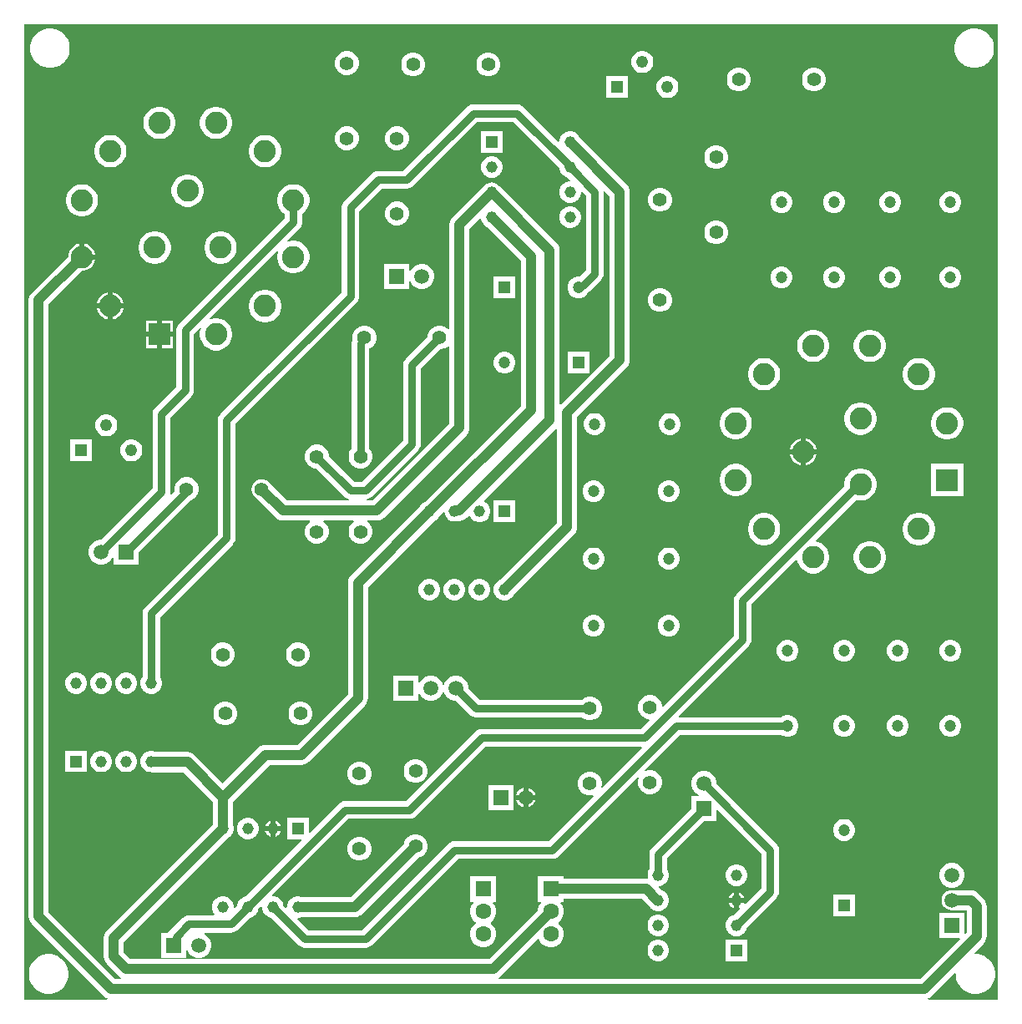
<source format=gbl>
G04*
G04 #@! TF.GenerationSoftware,Altium Limited,Altium Designer,22.4.2 (48)*
G04*
G04 Layer_Physical_Order=2*
G04 Layer_Color=16711680*
%FSLAX25Y25*%
%MOIN*%
G70*
G04*
G04 #@! TF.SameCoordinates,0208FD7A-64DB-45E4-85D5-A9DD0F7FCACB*
G04*
G04*
G04 #@! TF.FilePolarity,Positive*
G04*
G01*
G75*
%ADD30C,0.04724*%
%ADD31R,0.04724X0.04724*%
%ADD34C,0.03000*%
%ADD35C,0.04000*%
%ADD36C,0.04567*%
%ADD37R,0.04567X0.04567*%
%ADD38R,0.04567X0.04567*%
%ADD39C,0.08858*%
%ADD40R,0.08858X0.08858*%
%ADD41C,0.05512*%
%ADD42C,0.05906*%
%ADD43R,0.05906X0.05906*%
%ADD44R,0.05906X0.05906*%
%ADD45R,0.06299X0.06299*%
%ADD46C,0.06299*%
%ADD47R,0.08858X0.08858*%
%ADD48C,0.04811*%
%ADD49R,0.04811X0.04811*%
G36*
X171966Y263033D02*
Y232171D01*
X141329Y201535D01*
X139024D01*
X138992Y202034D01*
X139414Y202090D01*
X140265Y202443D01*
X140996Y203004D01*
X159496Y221504D01*
X160057Y222235D01*
X160410Y223086D01*
X160530Y224000D01*
Y254038D01*
X168237Y261744D01*
X168626D01*
X169836Y262068D01*
X170920Y262694D01*
X171466Y263240D01*
X171966Y263033D01*
D02*
G37*
G36*
X391000Y2294D02*
X363105D01*
X363006Y2794D01*
X363517Y3006D01*
X364353Y3647D01*
X373594Y12889D01*
X374095Y12682D01*
Y11721D01*
X374398Y10194D01*
X374994Y8755D01*
X375859Y7461D01*
X376960Y6359D01*
X378255Y5494D01*
X379694Y4898D01*
X381221Y4594D01*
X382779D01*
X384306Y4898D01*
X385745Y5494D01*
X387039Y6359D01*
X388141Y7461D01*
X389006Y8755D01*
X389602Y10194D01*
X389906Y11721D01*
Y13279D01*
X389602Y14806D01*
X389006Y16245D01*
X388141Y17539D01*
X387039Y18641D01*
X385745Y19506D01*
X384306Y20102D01*
X382779Y20405D01*
X381818D01*
X381611Y20906D01*
X385353Y24647D01*
X385994Y25483D01*
X386397Y26456D01*
X386535Y27500D01*
X386535Y27500D01*
Y39657D01*
X386397Y40701D01*
X385994Y41674D01*
X385353Y42510D01*
X385353Y42510D01*
X383010Y44853D01*
X382174Y45494D01*
X381201Y45897D01*
X380157Y46035D01*
X380157Y46035D01*
X372500D01*
X371456Y45897D01*
X370483Y45494D01*
X369647Y44853D01*
X369006Y44017D01*
X368603Y43044D01*
X368465Y42000D01*
X368603Y40956D01*
X369006Y39983D01*
X369647Y39147D01*
X370483Y38506D01*
X371456Y38103D01*
X372500Y37966D01*
X378466D01*
Y29171D01*
X377915Y28620D01*
X377453Y28812D01*
Y36953D01*
X367547D01*
Y27047D01*
X375688D01*
X375880Y26585D01*
X359829Y10535D01*
X191861D01*
X191553Y10980D01*
X191554Y11034D01*
X192353Y11647D01*
X207231Y26526D01*
X207778Y26365D01*
X208379Y25322D01*
X209338Y24363D01*
X210512Y23686D01*
X211822Y23335D01*
X213178D01*
X214488Y23686D01*
X215662Y24363D01*
X216621Y25322D01*
X217299Y26496D01*
X217650Y27806D01*
Y29162D01*
X217299Y30472D01*
X216621Y31646D01*
X215662Y32605D01*
X215424Y32742D01*
Y33242D01*
X215662Y33379D01*
X216621Y34338D01*
X217299Y35512D01*
X217650Y36822D01*
Y38178D01*
X217299Y39488D01*
X216621Y40662D01*
X216378Y40904D01*
X216570Y41366D01*
X217650D01*
Y42481D01*
X248759D01*
X252093Y39147D01*
X252093Y39147D01*
X252402Y38910D01*
X252740Y38572D01*
X253717Y38008D01*
X254806Y37716D01*
X255934D01*
X257023Y38008D01*
X258000Y38572D01*
X258798Y39370D01*
X259362Y40347D01*
X259653Y41436D01*
Y42564D01*
X259362Y43653D01*
X258798Y44630D01*
X258000Y45428D01*
X257023Y45992D01*
X256527Y46125D01*
X255397Y47255D01*
X255589Y47717D01*
X255934D01*
X257023Y48008D01*
X258000Y48572D01*
X258798Y49370D01*
X259362Y50347D01*
X259653Y51436D01*
Y52564D01*
X259362Y53653D01*
X258900Y54452D01*
Y58908D01*
X273540Y73547D01*
X278453D01*
Y77902D01*
X278915Y78093D01*
X296470Y60538D01*
Y46832D01*
X290211Y40573D01*
X289723Y40726D01*
X289699Y40769D01*
X289761Y41000D01*
X287630D01*
Y38869D01*
X287861Y38931D01*
X287904Y38907D01*
X288056Y38419D01*
X285868Y36230D01*
X284977Y35992D01*
X284000Y35428D01*
X283202Y34630D01*
X282638Y33653D01*
X282346Y32564D01*
Y31436D01*
X282638Y30347D01*
X283202Y29370D01*
X284000Y28572D01*
X284977Y28008D01*
X286066Y27716D01*
X287194D01*
X288283Y28008D01*
X289260Y28572D01*
X290057Y29370D01*
X290621Y30347D01*
X290860Y31238D01*
X302496Y42874D01*
X302496Y42874D01*
X303057Y43605D01*
X303410Y44456D01*
X303530Y45370D01*
X303530Y45370D01*
Y62000D01*
X303410Y62914D01*
X303057Y63765D01*
X302496Y64496D01*
X278453Y88540D01*
Y89152D01*
X278115Y90412D01*
X277463Y91541D01*
X276541Y92463D01*
X275412Y93115D01*
X274152Y93453D01*
X272848D01*
X271588Y93115D01*
X270459Y92463D01*
X269537Y91541D01*
X268885Y90412D01*
X268547Y89152D01*
Y87848D01*
X268885Y86588D01*
X269537Y85459D01*
X270459Y84537D01*
X271471Y83953D01*
X271337Y83453D01*
X268547D01*
Y78540D01*
X252874Y62866D01*
X252313Y62135D01*
X251960Y61284D01*
X251840Y60370D01*
Y54452D01*
X251378Y53653D01*
X251087Y52564D01*
Y51436D01*
X251240Y50863D01*
X250910Y50487D01*
X250430Y50550D01*
X250430Y50550D01*
X217650D01*
Y51665D01*
X207350D01*
Y41366D01*
X208430D01*
X208622Y40904D01*
X208379Y40662D01*
X207701Y39488D01*
X207350Y38178D01*
Y38056D01*
X187829Y18534D01*
X44671D01*
X42035Y21171D01*
Y25329D01*
X83297Y66592D01*
X84130Y67072D01*
X84928Y67870D01*
X85492Y68847D01*
X85783Y69936D01*
Y71064D01*
X85535Y71993D01*
Y81329D01*
X100171Y95965D01*
X113000D01*
X113000Y95965D01*
X114044Y96103D01*
X115017Y96506D01*
X115853Y97147D01*
X138353Y119647D01*
X138353Y119647D01*
X138994Y120483D01*
X139397Y121456D01*
X139534Y122500D01*
X139534Y122500D01*
Y166959D01*
X165797Y193221D01*
X166630Y193702D01*
X167428Y194500D01*
X167909Y195333D01*
X169490Y196914D01*
X170018Y196735D01*
X170103Y196086D01*
X170506Y195113D01*
X171147Y194277D01*
X171983Y193636D01*
X172956Y193233D01*
X174000Y193096D01*
X175044Y193233D01*
X175436Y193395D01*
X175930D01*
X175930Y193395D01*
X176974Y193533D01*
X177947Y193936D01*
X178783Y194577D01*
X179559Y195353D01*
X180148Y195235D01*
X180572Y194500D01*
X181370Y193702D01*
X182347Y193138D01*
X183436Y192847D01*
X184564D01*
X185653Y193138D01*
X186630Y193702D01*
X187428Y194500D01*
X187992Y195477D01*
X188284Y196566D01*
Y197694D01*
X187992Y198783D01*
X187428Y199760D01*
X186630Y200558D01*
X185895Y200982D01*
X185777Y201571D01*
X214465Y230260D01*
X214966Y230053D01*
Y192541D01*
X192203Y169779D01*
X191370Y169298D01*
X190572Y168500D01*
X190008Y167523D01*
X189716Y166434D01*
Y165306D01*
X190008Y164217D01*
X190572Y163240D01*
X191370Y162442D01*
X192347Y161878D01*
X193436Y161586D01*
X194564D01*
X195653Y161878D01*
X196630Y162442D01*
X197428Y163240D01*
X197908Y164073D01*
X221853Y188017D01*
X222494Y188853D01*
X222897Y189826D01*
X223035Y190870D01*
X223035Y190870D01*
Y234829D01*
X242853Y254647D01*
X242853Y254647D01*
X243494Y255483D01*
X243897Y256456D01*
X244035Y257500D01*
Y324630D01*
X243897Y325674D01*
X243494Y326647D01*
X242853Y327483D01*
X242853Y327483D01*
X224039Y346297D01*
X223558Y347130D01*
X222760Y347928D01*
X221783Y348492D01*
X220694Y348783D01*
X219566D01*
X218477Y348492D01*
X217500Y347928D01*
X216702Y347130D01*
X216139Y346153D01*
X215846Y345064D01*
Y344799D01*
X215385Y344608D01*
X201496Y358496D01*
X200765Y359057D01*
X199914Y359410D01*
X199000Y359530D01*
X181500D01*
X180586Y359410D01*
X179735Y359057D01*
X179004Y358496D01*
X153538Y333030D01*
X143500D01*
X142586Y332910D01*
X141735Y332557D01*
X141004Y331996D01*
X130004Y320996D01*
X129443Y320265D01*
X129090Y319414D01*
X128970Y318500D01*
Y284462D01*
X80504Y235996D01*
X79943Y235265D01*
X79590Y234414D01*
X79470Y233500D01*
Y187962D01*
X50504Y158996D01*
X49943Y158265D01*
X49590Y157414D01*
X49470Y156500D01*
Y131082D01*
X49008Y130283D01*
X48717Y129194D01*
Y128066D01*
X49008Y126977D01*
X49572Y126000D01*
X50370Y125202D01*
X51347Y124638D01*
X52436Y124346D01*
X53564D01*
X54653Y124638D01*
X55630Y125202D01*
X56428Y126000D01*
X56991Y126977D01*
X57284Y128066D01*
Y129194D01*
X56991Y130283D01*
X56530Y131082D01*
Y155038D01*
X85496Y184004D01*
X86057Y184735D01*
X86410Y185586D01*
X86530Y186500D01*
Y232038D01*
X134996Y280504D01*
X135557Y281235D01*
X135910Y282086D01*
X136030Y283000D01*
Y317038D01*
X144962Y325970D01*
X155000D01*
X155914Y326090D01*
X156765Y326443D01*
X157496Y327004D01*
X182962Y352470D01*
X197538D01*
X215846Y334161D01*
Y333936D01*
X216139Y332847D01*
X216702Y331870D01*
X217500Y331072D01*
X218477Y330508D01*
X219368Y330270D01*
X220354Y329283D01*
X220147Y328783D01*
X219566D01*
X218477Y328492D01*
X217500Y327928D01*
X216702Y327130D01*
X216139Y326153D01*
X215846Y325064D01*
Y323936D01*
X216139Y322847D01*
X216702Y321870D01*
X217500Y321072D01*
X218477Y320508D01*
X219566Y320216D01*
X220694D01*
X221783Y320508D01*
X222760Y321072D01*
X223558Y321870D01*
X224121Y322847D01*
X224413Y323936D01*
Y324517D01*
X224914Y324724D01*
X226470Y323168D01*
Y293462D01*
X223882Y290874D01*
X222926D01*
X221816Y290577D01*
X220821Y290002D01*
X220009Y289190D01*
X219435Y288196D01*
X219138Y287086D01*
Y285938D01*
X219435Y284828D01*
X220009Y283833D01*
X220821Y283021D01*
X221816Y282447D01*
X222926Y282150D01*
X224074D01*
X225184Y282447D01*
X226179Y283021D01*
X226991Y283833D01*
X227374Y284497D01*
X227870Y284878D01*
X232496Y289504D01*
X233057Y290235D01*
X233410Y291086D01*
X233530Y292000D01*
Y324630D01*
X233516Y324739D01*
X233964Y324960D01*
X235965Y322959D01*
Y259171D01*
X216534Y239740D01*
X216035Y239947D01*
Y301370D01*
X216035Y301370D01*
X215897Y302414D01*
X215494Y303387D01*
X214853Y304223D01*
X191723Y327353D01*
X190887Y327994D01*
X189914Y328397D01*
X188870Y328535D01*
X187826Y328397D01*
X186853Y327994D01*
X186017Y327353D01*
X173147Y314483D01*
X172506Y313647D01*
X172103Y312674D01*
X171966Y311630D01*
X171966Y311630D01*
Y269968D01*
X171466Y269760D01*
X170920Y270306D01*
X169836Y270932D01*
X168626Y271256D01*
X167374D01*
X166164Y270932D01*
X165080Y270306D01*
X164194Y269420D01*
X163568Y268336D01*
X163244Y267126D01*
Y266737D01*
X154504Y257996D01*
X153943Y257265D01*
X153590Y256414D01*
X153470Y255500D01*
Y225462D01*
X137038Y209030D01*
X133962D01*
X123756Y219237D01*
Y219626D01*
X123432Y220836D01*
X122806Y221920D01*
X121920Y222806D01*
X120836Y223432D01*
X119626Y223756D01*
X118374D01*
X117164Y223432D01*
X116080Y222806D01*
X115194Y221920D01*
X114568Y220836D01*
X114244Y219626D01*
Y218374D01*
X114568Y217164D01*
X115194Y216080D01*
X116080Y215194D01*
X117164Y214568D01*
X118374Y214244D01*
X118763D01*
X130004Y203004D01*
X130735Y202443D01*
X131586Y202090D01*
X132008Y202034D01*
X131976Y201535D01*
X107171D01*
X99853Y208853D01*
X99017Y209494D01*
X98044Y209897D01*
X97000Y210034D01*
X95956Y209897D01*
X94983Y209494D01*
X94147Y208853D01*
X93506Y208017D01*
X93103Y207044D01*
X92966Y206000D01*
X93103Y204956D01*
X93506Y203983D01*
X94147Y203147D01*
X102647Y194647D01*
X102647Y194647D01*
X103483Y194006D01*
X104456Y193603D01*
X105500Y193465D01*
X105500Y193465D01*
X116223D01*
X116357Y192965D01*
X116080Y192806D01*
X115194Y191920D01*
X114568Y190836D01*
X114244Y189626D01*
Y188374D01*
X114568Y187164D01*
X115194Y186080D01*
X116080Y185194D01*
X117164Y184568D01*
X118374Y184244D01*
X119626D01*
X120836Y184568D01*
X121920Y185194D01*
X122806Y186080D01*
X123432Y187164D01*
X123756Y188374D01*
Y189626D01*
X123432Y190836D01*
X122806Y191920D01*
X121920Y192806D01*
X121643Y192965D01*
X121777Y193465D01*
X133723D01*
X133857Y192965D01*
X133580Y192806D01*
X132694Y191920D01*
X132068Y190836D01*
X131744Y189626D01*
Y188374D01*
X132068Y187164D01*
X132694Y186080D01*
X133580Y185194D01*
X134664Y184568D01*
X135874Y184244D01*
X137126D01*
X138336Y184568D01*
X139420Y185194D01*
X140306Y186080D01*
X140932Y187164D01*
X141256Y188374D01*
Y189626D01*
X140932Y190836D01*
X140306Y191920D01*
X139420Y192806D01*
X139143Y192965D01*
X139277Y193465D01*
X143000D01*
X143000Y193465D01*
X144044Y193603D01*
X145017Y194006D01*
X145853Y194647D01*
X178853Y227647D01*
X178853Y227647D01*
X179494Y228483D01*
X179897Y229456D01*
X180034Y230500D01*
X180034Y230500D01*
Y309959D01*
X184137Y314061D01*
X184615Y313832D01*
X184878Y312847D01*
X185442Y311870D01*
X186240Y311072D01*
X187073Y310592D01*
X200465Y297199D01*
Y239301D01*
X162203Y201039D01*
X161370Y200558D01*
X160572Y199760D01*
X160091Y198927D01*
X132647Y171483D01*
X132006Y170647D01*
X131603Y169674D01*
X131465Y168630D01*
X131465Y168630D01*
Y124171D01*
X111329Y104034D01*
X98500D01*
X97456Y103897D01*
X96483Y103494D01*
X95647Y102853D01*
X81500Y88706D01*
X70283Y99923D01*
X69447Y100564D01*
X68474Y100967D01*
X67430Y101105D01*
X67430Y101105D01*
X55098D01*
X54653Y101362D01*
X53564Y101654D01*
X52436D01*
X51347Y101362D01*
X50370Y100798D01*
X49572Y100000D01*
X49008Y99023D01*
X48717Y97934D01*
Y96806D01*
X49008Y95717D01*
X49572Y94740D01*
X50370Y93942D01*
X51347Y93378D01*
X52436Y93086D01*
X52913D01*
X53300Y93036D01*
X53300Y93036D01*
X65759D01*
X77465Y81329D01*
Y72171D01*
X35147Y29853D01*
X34506Y29017D01*
X34103Y28044D01*
X33966Y27000D01*
X33966Y27000D01*
Y19500D01*
X33966Y19500D01*
X34103Y18456D01*
X34506Y17483D01*
X35147Y16647D01*
X40147Y11647D01*
X40147Y11647D01*
X40946Y11034D01*
X40947Y10980D01*
X40639Y10535D01*
X38671D01*
X12034Y37171D01*
Y279734D01*
X25572Y293272D01*
X26010D01*
X27391Y293642D01*
X28629Y294356D01*
X29640Y295367D01*
X30354Y296605D01*
X30648Y297701D01*
X25295D01*
Y298701D01*
X24295D01*
Y304053D01*
X23200Y303760D01*
X21962Y303045D01*
X20951Y302034D01*
X20236Y300796D01*
X19866Y299416D01*
Y298977D01*
X5147Y284258D01*
X4506Y283423D01*
X4103Y282450D01*
X3965Y281406D01*
X3965Y281405D01*
Y35500D01*
X3965Y35500D01*
X4103Y34456D01*
X4506Y33483D01*
X5147Y32647D01*
X34147Y3647D01*
X34147Y3647D01*
X34983Y3006D01*
X35494Y2794D01*
X35395Y2294D01*
X2294D01*
Y391407D01*
X391000D01*
Y2294D01*
D02*
G37*
%LPC*%
G36*
X382279Y389906D02*
X380721D01*
X379194Y389602D01*
X377755Y389006D01*
X376461Y388141D01*
X375359Y387039D01*
X374494Y385745D01*
X373898Y384306D01*
X373594Y382779D01*
Y381221D01*
X373898Y379694D01*
X374494Y378255D01*
X375359Y376960D01*
X376461Y375859D01*
X377755Y374994D01*
X379194Y374398D01*
X380721Y374095D01*
X382279D01*
X383806Y374398D01*
X385245Y374994D01*
X386540Y375859D01*
X387641Y376960D01*
X388506Y378255D01*
X389102Y379694D01*
X389405Y381221D01*
Y382779D01*
X389102Y384306D01*
X388506Y385745D01*
X387641Y387039D01*
X386540Y388141D01*
X385245Y389006D01*
X383806Y389602D01*
X382279Y389906D01*
D02*
G37*
G36*
X13279D02*
X11721D01*
X10194Y389602D01*
X8755Y389006D01*
X7461Y388141D01*
X6359Y387039D01*
X5494Y385745D01*
X4898Y384306D01*
X4594Y382779D01*
Y381221D01*
X4898Y379694D01*
X5494Y378255D01*
X6359Y376960D01*
X7461Y375859D01*
X8755Y374994D01*
X10194Y374398D01*
X11721Y374095D01*
X13279D01*
X14806Y374398D01*
X16245Y374994D01*
X17539Y375859D01*
X18641Y376960D01*
X19506Y378255D01*
X20102Y379694D01*
X20405Y381221D01*
Y382779D01*
X20102Y384306D01*
X19506Y385745D01*
X18641Y387039D01*
X17539Y388141D01*
X16245Y389006D01*
X14806Y389602D01*
X13279Y389906D01*
D02*
G37*
G36*
X249580Y380906D02*
X248420D01*
X247300Y380605D01*
X246295Y380025D01*
X245475Y379205D01*
X244895Y378201D01*
X244595Y377080D01*
Y375920D01*
X244895Y374799D01*
X245475Y373795D01*
X246295Y372975D01*
X247300Y372395D01*
X248420Y372094D01*
X249580D01*
X250700Y372395D01*
X251705Y372975D01*
X252525Y373795D01*
X253105Y374799D01*
X253405Y375920D01*
Y377080D01*
X253105Y378201D01*
X252525Y379205D01*
X251705Y380025D01*
X250700Y380605D01*
X249580Y380906D01*
D02*
G37*
G36*
X131626Y380756D02*
X130374D01*
X129164Y380432D01*
X128080Y379806D01*
X127194Y378920D01*
X126568Y377836D01*
X126244Y376626D01*
Y375374D01*
X126568Y374164D01*
X127194Y373080D01*
X128080Y372194D01*
X129164Y371568D01*
X130374Y371244D01*
X131626D01*
X132836Y371568D01*
X133920Y372194D01*
X134806Y373080D01*
X135432Y374164D01*
X135756Y375374D01*
Y376626D01*
X135432Y377836D01*
X134806Y378920D01*
X133920Y379806D01*
X132836Y380432D01*
X131626Y380756D01*
D02*
G37*
G36*
X188126Y380256D02*
X186874D01*
X185664Y379932D01*
X184580Y379306D01*
X183694Y378420D01*
X183068Y377336D01*
X182744Y376126D01*
Y374874D01*
X183068Y373664D01*
X183694Y372580D01*
X184580Y371694D01*
X185664Y371068D01*
X186874Y370744D01*
X188126D01*
X189336Y371068D01*
X190420Y371694D01*
X191306Y372580D01*
X191932Y373664D01*
X192256Y374874D01*
Y376126D01*
X191932Y377336D01*
X191306Y378420D01*
X190420Y379306D01*
X189336Y379932D01*
X188126Y380256D01*
D02*
G37*
G36*
X158126D02*
X156874D01*
X155664Y379932D01*
X154580Y379306D01*
X153694Y378420D01*
X153068Y377336D01*
X152744Y376126D01*
Y374874D01*
X153068Y373664D01*
X153694Y372580D01*
X154580Y371694D01*
X155664Y371068D01*
X156874Y370744D01*
X158126D01*
X159336Y371068D01*
X160420Y371694D01*
X161306Y372580D01*
X161932Y373664D01*
X162256Y374874D01*
Y376126D01*
X161932Y377336D01*
X161306Y378420D01*
X160420Y379306D01*
X159336Y379932D01*
X158126Y380256D01*
D02*
G37*
G36*
X318126Y374256D02*
X316874D01*
X315664Y373932D01*
X314580Y373306D01*
X313694Y372420D01*
X313068Y371336D01*
X312744Y370126D01*
Y368874D01*
X313068Y367664D01*
X313694Y366580D01*
X314580Y365694D01*
X315664Y365068D01*
X316874Y364744D01*
X318126D01*
X319336Y365068D01*
X320420Y365694D01*
X321306Y366580D01*
X321932Y367664D01*
X322256Y368874D01*
Y370126D01*
X321932Y371336D01*
X321306Y372420D01*
X320420Y373306D01*
X319336Y373932D01*
X318126Y374256D01*
D02*
G37*
G36*
X288126D02*
X286874D01*
X285664Y373932D01*
X284580Y373306D01*
X283694Y372420D01*
X283068Y371336D01*
X282744Y370126D01*
Y368874D01*
X283068Y367664D01*
X283694Y366580D01*
X284580Y365694D01*
X285664Y365068D01*
X286874Y364744D01*
X288126D01*
X289336Y365068D01*
X290420Y365694D01*
X291306Y366580D01*
X291932Y367664D01*
X292256Y368874D01*
Y370126D01*
X291932Y371336D01*
X291306Y372420D01*
X290420Y373306D01*
X289336Y373932D01*
X288126Y374256D01*
D02*
G37*
G36*
X259580Y370905D02*
X258420D01*
X257299Y370605D01*
X256295Y370025D01*
X255475Y369205D01*
X254895Y368200D01*
X254594Y367080D01*
Y365920D01*
X254895Y364799D01*
X255475Y363795D01*
X256295Y362975D01*
X257299Y362395D01*
X258420Y362094D01*
X259580D01*
X260700Y362395D01*
X261705Y362975D01*
X262525Y363795D01*
X263105Y364799D01*
X263405Y365920D01*
Y367080D01*
X263105Y368200D01*
X262525Y369205D01*
X261705Y370025D01*
X260700Y370605D01*
X259580Y370905D01*
D02*
G37*
G36*
X243406D02*
X234594D01*
Y362094D01*
X243406D01*
Y370905D01*
D02*
G37*
G36*
X79432Y358634D02*
X78166D01*
X76924Y358387D01*
X75754Y357902D01*
X74701Y357199D01*
X73805Y356303D01*
X73102Y355250D01*
X72617Y354080D01*
X72370Y352838D01*
Y351572D01*
X72617Y350329D01*
X73102Y349160D01*
X73805Y348107D01*
X74701Y347211D01*
X75754Y346507D01*
X76924Y346023D01*
X78166Y345776D01*
X79432D01*
X80674Y346023D01*
X81845Y346507D01*
X82898Y347211D01*
X83793Y348107D01*
X84497Y349160D01*
X84981Y350329D01*
X85228Y351572D01*
Y352838D01*
X84981Y354080D01*
X84497Y355250D01*
X83793Y356303D01*
X82898Y357199D01*
X81845Y357902D01*
X80674Y358387D01*
X79432Y358634D01*
D02*
G37*
G36*
X56834D02*
X55568D01*
X54325Y358387D01*
X53155Y357902D01*
X52103Y357199D01*
X51207Y356303D01*
X50503Y355250D01*
X50019Y354080D01*
X49772Y352838D01*
Y351572D01*
X50019Y350329D01*
X50503Y349160D01*
X51207Y348107D01*
X52103Y347211D01*
X53155Y346507D01*
X54325Y346023D01*
X55568Y345776D01*
X56834D01*
X58076Y346023D01*
X59246Y346507D01*
X60299Y347211D01*
X61195Y348107D01*
X61898Y349160D01*
X62383Y350329D01*
X62630Y351572D01*
Y352838D01*
X62383Y354080D01*
X61898Y355250D01*
X61195Y356303D01*
X60299Y357199D01*
X59246Y357902D01*
X58076Y358387D01*
X56834Y358634D01*
D02*
G37*
G36*
X151626Y350756D02*
X150374D01*
X149164Y350432D01*
X148080Y349806D01*
X147194Y348920D01*
X146568Y347836D01*
X146244Y346626D01*
Y345374D01*
X146568Y344164D01*
X147194Y343080D01*
X148080Y342194D01*
X149164Y341568D01*
X150374Y341244D01*
X151626D01*
X152836Y341568D01*
X153920Y342194D01*
X154806Y343080D01*
X155432Y344164D01*
X155756Y345374D01*
Y346626D01*
X155432Y347836D01*
X154806Y348920D01*
X153920Y349806D01*
X152836Y350432D01*
X151626Y350756D01*
D02*
G37*
G36*
X131626D02*
X130374D01*
X129164Y350432D01*
X128080Y349806D01*
X127194Y348920D01*
X126568Y347836D01*
X126244Y346626D01*
Y345374D01*
X126568Y344164D01*
X127194Y343080D01*
X128080Y342194D01*
X129164Y341568D01*
X130374Y341244D01*
X131626D01*
X132836Y341568D01*
X133920Y342194D01*
X134806Y343080D01*
X135432Y344164D01*
X135756Y345374D01*
Y346626D01*
X135432Y347836D01*
X134806Y348920D01*
X133920Y349806D01*
X132836Y350432D01*
X131626Y350756D01*
D02*
G37*
G36*
X193154Y348783D02*
X184587D01*
Y340216D01*
X193154D01*
Y348783D01*
D02*
G37*
G36*
X99039Y347335D02*
X97772D01*
X96530Y347088D01*
X95360Y346603D01*
X94307Y345899D01*
X93412Y345004D01*
X92708Y343951D01*
X92224Y342781D01*
X91976Y341539D01*
Y340272D01*
X92224Y339030D01*
X92708Y337860D01*
X93412Y336807D01*
X94307Y335912D01*
X95360Y335208D01*
X96530Y334723D01*
X97772Y334476D01*
X99039D01*
X100281Y334723D01*
X101451Y335208D01*
X102504Y335912D01*
X103399Y336807D01*
X104103Y337860D01*
X104588Y339030D01*
X104835Y340272D01*
Y341539D01*
X104588Y342781D01*
X104103Y343951D01*
X103399Y345004D01*
X102504Y345899D01*
X101451Y346603D01*
X100281Y347088D01*
X99039Y347335D01*
D02*
G37*
G36*
X37228D02*
X35961D01*
X34719Y347088D01*
X33549Y346603D01*
X32496Y345899D01*
X31601Y345004D01*
X30897Y343951D01*
X30412Y342781D01*
X30165Y341539D01*
Y340272D01*
X30412Y339030D01*
X30897Y337860D01*
X31601Y336807D01*
X32496Y335912D01*
X33549Y335208D01*
X34719Y334723D01*
X35961Y334476D01*
X37228D01*
X38470Y334723D01*
X39640Y335208D01*
X40693Y335912D01*
X41588Y336807D01*
X42292Y337860D01*
X42777Y339030D01*
X43023Y340272D01*
Y341539D01*
X42777Y342781D01*
X42292Y343951D01*
X41588Y345004D01*
X40693Y345899D01*
X39640Y346603D01*
X38470Y347088D01*
X37228Y347335D01*
D02*
G37*
G36*
X279126Y343256D02*
X277874D01*
X276664Y342932D01*
X275580Y342306D01*
X274694Y341420D01*
X274068Y340336D01*
X273744Y339126D01*
Y337874D01*
X274068Y336664D01*
X274694Y335580D01*
X275580Y334694D01*
X276664Y334068D01*
X277874Y333744D01*
X279126D01*
X280336Y334068D01*
X281420Y334694D01*
X282306Y335580D01*
X282932Y336664D01*
X283256Y337874D01*
Y339126D01*
X282932Y340336D01*
X282306Y341420D01*
X281420Y342306D01*
X280336Y342932D01*
X279126Y343256D01*
D02*
G37*
G36*
X189434Y338784D02*
X188306D01*
X187217Y338492D01*
X186240Y337928D01*
X185442Y337130D01*
X184878Y336153D01*
X184587Y335064D01*
Y333936D01*
X184878Y332847D01*
X185442Y331870D01*
X186240Y331072D01*
X187217Y330508D01*
X188306Y330217D01*
X189434D01*
X190523Y330508D01*
X191500Y331072D01*
X192298Y331870D01*
X192862Y332847D01*
X193154Y333936D01*
Y335064D01*
X192862Y336153D01*
X192298Y337130D01*
X191500Y337928D01*
X190523Y338492D01*
X189434Y338784D01*
D02*
G37*
G36*
X68133Y331587D02*
X66867D01*
X65625Y331340D01*
X64455Y330855D01*
X63402Y330151D01*
X62506Y329256D01*
X61803Y328203D01*
X61318Y327033D01*
X61071Y325791D01*
Y324524D01*
X61318Y323282D01*
X61803Y322112D01*
X62506Y321059D01*
X63402Y320164D01*
X64455Y319460D01*
X65625Y318975D01*
X66867Y318728D01*
X68133D01*
X69375Y318975D01*
X70545Y319460D01*
X71598Y320164D01*
X72494Y321059D01*
X73197Y322112D01*
X73682Y323282D01*
X73929Y324524D01*
Y325791D01*
X73682Y327033D01*
X73197Y328203D01*
X72494Y329256D01*
X71598Y330151D01*
X70545Y330855D01*
X69375Y331340D01*
X68133Y331587D01*
D02*
G37*
G36*
X256626Y326256D02*
X255374D01*
X254164Y325932D01*
X253080Y325306D01*
X252194Y324420D01*
X251568Y323336D01*
X251244Y322126D01*
Y320874D01*
X251568Y319664D01*
X252194Y318580D01*
X253080Y317694D01*
X254164Y317068D01*
X255374Y316744D01*
X256626D01*
X257836Y317068D01*
X258920Y317694D01*
X259806Y318580D01*
X260432Y319664D01*
X260756Y320874D01*
Y322126D01*
X260432Y323336D01*
X259806Y324420D01*
X258920Y325306D01*
X257836Y325932D01*
X256626Y326256D01*
D02*
G37*
G36*
X372574Y324862D02*
X371426D01*
X370316Y324565D01*
X369321Y323991D01*
X368509Y323179D01*
X367935Y322184D01*
X367638Y321074D01*
Y319926D01*
X367935Y318816D01*
X368509Y317822D01*
X369321Y317009D01*
X370316Y316435D01*
X371426Y316138D01*
X372574D01*
X373684Y316435D01*
X374678Y317009D01*
X375491Y317822D01*
X376065Y318816D01*
X376362Y319926D01*
Y321074D01*
X376065Y322184D01*
X375491Y323179D01*
X374678Y323991D01*
X373684Y324565D01*
X372574Y324862D01*
D02*
G37*
G36*
X348574D02*
X347426D01*
X346316Y324565D01*
X345321Y323991D01*
X344509Y323179D01*
X343935Y322184D01*
X343638Y321074D01*
Y319926D01*
X343935Y318816D01*
X344509Y317822D01*
X345321Y317009D01*
X346316Y316435D01*
X347426Y316138D01*
X348574D01*
X349684Y316435D01*
X350678Y317009D01*
X351491Y317822D01*
X352065Y318816D01*
X352362Y319926D01*
Y321074D01*
X352065Y322184D01*
X351491Y323179D01*
X350678Y323991D01*
X349684Y324565D01*
X348574Y324862D01*
D02*
G37*
G36*
X326074D02*
X324926D01*
X323816Y324565D01*
X322821Y323991D01*
X322009Y323179D01*
X321435Y322184D01*
X321138Y321074D01*
Y319926D01*
X321435Y318816D01*
X322009Y317822D01*
X322821Y317009D01*
X323816Y316435D01*
X324926Y316138D01*
X326074D01*
X327184Y316435D01*
X328179Y317009D01*
X328991Y317822D01*
X329565Y318816D01*
X329862Y319926D01*
Y321074D01*
X329565Y322184D01*
X328991Y323179D01*
X328179Y323991D01*
X327184Y324565D01*
X326074Y324862D01*
D02*
G37*
G36*
X305074D02*
X303926D01*
X302816Y324565D01*
X301821Y323991D01*
X301009Y323179D01*
X300435Y322184D01*
X300138Y321074D01*
Y319926D01*
X300435Y318816D01*
X301009Y317822D01*
X301821Y317009D01*
X302816Y316435D01*
X303926Y316138D01*
X305074D01*
X306184Y316435D01*
X307178Y317009D01*
X307991Y317822D01*
X308565Y318816D01*
X308862Y319926D01*
Y321074D01*
X308565Y322184D01*
X307991Y323179D01*
X307178Y323991D01*
X306184Y324565D01*
X305074Y324862D01*
D02*
G37*
G36*
X25928Y327728D02*
X24662D01*
X23420Y327481D01*
X22250Y326997D01*
X21197Y326293D01*
X20301Y325397D01*
X19598Y324344D01*
X19113Y323175D01*
X18866Y321932D01*
Y320666D01*
X19113Y319424D01*
X19598Y318254D01*
X20301Y317201D01*
X21197Y316305D01*
X22250Y315602D01*
X23420Y315117D01*
X24662Y314870D01*
X25928D01*
X27171Y315117D01*
X28341Y315602D01*
X29394Y316305D01*
X30289Y317201D01*
X30993Y318254D01*
X31477Y319424D01*
X31724Y320666D01*
Y321932D01*
X31477Y323175D01*
X30993Y324344D01*
X30289Y325397D01*
X29394Y326293D01*
X28341Y326997D01*
X27171Y327481D01*
X25928Y327728D01*
D02*
G37*
G36*
X151626Y320756D02*
X150374D01*
X149164Y320432D01*
X148080Y319806D01*
X147194Y318920D01*
X146568Y317836D01*
X146244Y316626D01*
Y315374D01*
X146568Y314164D01*
X147194Y313080D01*
X148080Y312194D01*
X149164Y311568D01*
X150374Y311244D01*
X151626D01*
X152836Y311568D01*
X153920Y312194D01*
X154806Y313080D01*
X155432Y314164D01*
X155756Y315374D01*
Y316626D01*
X155432Y317836D01*
X154806Y318920D01*
X153920Y319806D01*
X152836Y320432D01*
X151626Y320756D01*
D02*
G37*
G36*
X220694Y318783D02*
X219566D01*
X218477Y318492D01*
X217500Y317928D01*
X216702Y317130D01*
X216139Y316153D01*
X215846Y315064D01*
Y313936D01*
X216139Y312847D01*
X216702Y311870D01*
X217500Y311072D01*
X218477Y310508D01*
X219566Y310216D01*
X220694D01*
X221783Y310508D01*
X222760Y311072D01*
X223558Y311870D01*
X224121Y312847D01*
X224413Y313936D01*
Y315064D01*
X224121Y316153D01*
X223558Y317130D01*
X222760Y317928D01*
X221783Y318492D01*
X220694Y318783D01*
D02*
G37*
G36*
X279126Y313256D02*
X277874D01*
X276664Y312932D01*
X275580Y312306D01*
X274694Y311420D01*
X274068Y310336D01*
X273744Y309126D01*
Y307874D01*
X274068Y306664D01*
X274694Y305580D01*
X275580Y304694D01*
X276664Y304068D01*
X277874Y303744D01*
X279126D01*
X280336Y304068D01*
X281420Y304694D01*
X282306Y305580D01*
X282932Y306664D01*
X283256Y307874D01*
Y309126D01*
X282932Y310336D01*
X282306Y311420D01*
X281420Y312306D01*
X280336Y312932D01*
X279126Y313256D01*
D02*
G37*
G36*
X26295Y304053D02*
Y299701D01*
X30648D01*
X30354Y300796D01*
X29640Y302034D01*
X28629Y303045D01*
X27391Y303760D01*
X26295Y304053D01*
D02*
G37*
G36*
X81259Y308850D02*
X79993D01*
X78751Y308603D01*
X77581Y308119D01*
X76528Y307415D01*
X75632Y306520D01*
X74929Y305467D01*
X74444Y304296D01*
X74197Y303054D01*
Y301788D01*
X74444Y300546D01*
X74929Y299376D01*
X75632Y298323D01*
X76528Y297427D01*
X77581Y296724D01*
X78751Y296239D01*
X79993Y295992D01*
X81259D01*
X82501Y296239D01*
X83671Y296724D01*
X84724Y297427D01*
X85620Y298323D01*
X86323Y299376D01*
X86808Y300546D01*
X87055Y301788D01*
Y303054D01*
X86808Y304296D01*
X86323Y305467D01*
X85620Y306520D01*
X84724Y307415D01*
X83671Y308119D01*
X82501Y308603D01*
X81259Y308850D01*
D02*
G37*
G36*
X55007D02*
X53741D01*
X52499Y308603D01*
X51329Y308119D01*
X50276Y307415D01*
X49380Y306520D01*
X48677Y305467D01*
X48192Y304296D01*
X47945Y303054D01*
Y301788D01*
X48192Y300546D01*
X48677Y299376D01*
X49380Y298323D01*
X50276Y297427D01*
X51329Y296724D01*
X52499Y296239D01*
X53741Y295992D01*
X55007D01*
X56249Y296239D01*
X57419Y296724D01*
X58472Y297427D01*
X59368Y298323D01*
X60071Y299376D01*
X60556Y300546D01*
X60803Y301788D01*
Y303054D01*
X60556Y304296D01*
X60071Y305467D01*
X59368Y306520D01*
X58472Y307415D01*
X57419Y308119D01*
X56249Y308603D01*
X55007Y308850D01*
D02*
G37*
G36*
X161652Y295953D02*
X160348D01*
X159088Y295615D01*
X157959Y294963D01*
X157037Y294041D01*
X156453Y293029D01*
X155953Y293163D01*
Y295953D01*
X146047D01*
Y286047D01*
X155953D01*
Y288837D01*
X156453Y288971D01*
X157037Y287959D01*
X157959Y287037D01*
X159088Y286385D01*
X160348Y286047D01*
X161652D01*
X162912Y286385D01*
X164041Y287037D01*
X164963Y287959D01*
X165615Y289088D01*
X165953Y290348D01*
Y291652D01*
X165615Y292912D01*
X164963Y294041D01*
X164041Y294963D01*
X162912Y295615D01*
X161652Y295953D01*
D02*
G37*
G36*
X110338Y327728D02*
X109072D01*
X107829Y327481D01*
X106659Y326997D01*
X105606Y326293D01*
X104711Y325397D01*
X104007Y324344D01*
X103523Y323175D01*
X103276Y321932D01*
Y320666D01*
X103523Y319424D01*
X104007Y318254D01*
X104711Y317201D01*
X105606Y316305D01*
X106175Y315926D01*
Y314167D01*
X64004Y271996D01*
X63443Y271265D01*
X63090Y270414D01*
X62970Y269500D01*
Y246962D01*
X54504Y238496D01*
X53943Y237765D01*
X53590Y236914D01*
X53470Y236000D01*
Y206462D01*
X32960Y185953D01*
X32348D01*
X31088Y185615D01*
X29959Y184963D01*
X29037Y184041D01*
X28385Y182912D01*
X28047Y181652D01*
Y180348D01*
X28385Y179088D01*
X29037Y177959D01*
X29959Y177037D01*
X31088Y176385D01*
X32348Y176047D01*
X33652D01*
X34912Y176385D01*
X36041Y177037D01*
X36963Y177959D01*
X37547Y178971D01*
X38047Y178837D01*
Y176047D01*
X47953D01*
Y180960D01*
X68460Y201467D01*
X68836Y201568D01*
X69920Y202194D01*
X70806Y203080D01*
X71432Y204164D01*
X71756Y205374D01*
Y206626D01*
X71432Y207836D01*
X70806Y208920D01*
X69920Y209806D01*
X68836Y210432D01*
X67626Y210756D01*
X66374D01*
X65164Y210432D01*
X64080Y209806D01*
X63194Y208920D01*
X62568Y207836D01*
X62244Y206626D01*
Y205374D01*
X62273Y205266D01*
X60885Y203878D01*
X60446Y204074D01*
X60413Y204113D01*
X60530Y205000D01*
X60530Y205000D01*
Y234538D01*
X68996Y243004D01*
X69557Y243735D01*
X69910Y244586D01*
X70030Y245500D01*
Y268038D01*
X72368Y270375D01*
X72792Y270092D01*
X72617Y269671D01*
X72370Y268428D01*
Y267162D01*
X72617Y265920D01*
X73102Y264750D01*
X73805Y263697D01*
X74701Y262801D01*
X75754Y262098D01*
X76924Y261613D01*
X78166Y261366D01*
X79432D01*
X80674Y261613D01*
X81845Y262098D01*
X82898Y262801D01*
X83793Y263697D01*
X84497Y264750D01*
X84981Y265920D01*
X85228Y267162D01*
Y268428D01*
X84981Y269671D01*
X84497Y270841D01*
X83793Y271894D01*
X82898Y272789D01*
X81845Y273493D01*
X80674Y273977D01*
X79432Y274224D01*
X78166D01*
X76924Y273977D01*
X76502Y273803D01*
X76219Y274226D01*
X103274Y301281D01*
X103697Y300998D01*
X103523Y300576D01*
X103276Y299334D01*
Y298068D01*
X103523Y296826D01*
X104007Y295655D01*
X104711Y294602D01*
X105606Y293707D01*
X106659Y293003D01*
X107829Y292519D01*
X109072Y292272D01*
X110338D01*
X111580Y292519D01*
X112750Y293003D01*
X113803Y293707D01*
X114699Y294602D01*
X115402Y295655D01*
X115887Y296826D01*
X116134Y298068D01*
Y299334D01*
X115887Y300576D01*
X115402Y301746D01*
X114699Y302799D01*
X113803Y303695D01*
X112750Y304398D01*
X111580Y304883D01*
X110338Y305130D01*
X109072D01*
X107829Y304883D01*
X107408Y304708D01*
X107124Y305132D01*
X112201Y310209D01*
X112762Y310940D01*
X113115Y311791D01*
X113235Y312705D01*
Y315926D01*
X113803Y316305D01*
X114699Y317201D01*
X115402Y318254D01*
X115887Y319424D01*
X116134Y320666D01*
Y321932D01*
X115887Y323175D01*
X115402Y324344D01*
X114699Y325397D01*
X113803Y326293D01*
X112750Y326997D01*
X111580Y327481D01*
X110338Y327728D01*
D02*
G37*
G36*
X372574Y294862D02*
X371426D01*
X370316Y294565D01*
X369321Y293991D01*
X368509Y293179D01*
X367935Y292184D01*
X367638Y291074D01*
Y289926D01*
X367935Y288816D01*
X368509Y287822D01*
X369321Y287009D01*
X370316Y286435D01*
X371426Y286138D01*
X372574D01*
X373684Y286435D01*
X374678Y287009D01*
X375491Y287822D01*
X376065Y288816D01*
X376362Y289926D01*
Y291074D01*
X376065Y292184D01*
X375491Y293179D01*
X374678Y293991D01*
X373684Y294565D01*
X372574Y294862D01*
D02*
G37*
G36*
X348574D02*
X347426D01*
X346316Y294565D01*
X345321Y293991D01*
X344509Y293179D01*
X343935Y292184D01*
X343638Y291074D01*
Y289926D01*
X343935Y288816D01*
X344509Y287822D01*
X345321Y287009D01*
X346316Y286435D01*
X347426Y286138D01*
X348574D01*
X349684Y286435D01*
X350678Y287009D01*
X351491Y287822D01*
X352065Y288816D01*
X352362Y289926D01*
Y291074D01*
X352065Y292184D01*
X351491Y293179D01*
X350678Y293991D01*
X349684Y294565D01*
X348574Y294862D01*
D02*
G37*
G36*
X326074D02*
X324926D01*
X323816Y294565D01*
X322821Y293991D01*
X322009Y293179D01*
X321435Y292184D01*
X321138Y291074D01*
Y289926D01*
X321435Y288816D01*
X322009Y287822D01*
X322821Y287009D01*
X323816Y286435D01*
X324926Y286138D01*
X326074D01*
X327184Y286435D01*
X328179Y287009D01*
X328991Y287822D01*
X329565Y288816D01*
X329862Y289926D01*
Y291074D01*
X329565Y292184D01*
X328991Y293179D01*
X328179Y293991D01*
X327184Y294565D01*
X326074Y294862D01*
D02*
G37*
G36*
X305074D02*
X303926D01*
X302816Y294565D01*
X301821Y293991D01*
X301009Y293179D01*
X300435Y292184D01*
X300138Y291074D01*
Y289926D01*
X300435Y288816D01*
X301009Y287822D01*
X301821Y287009D01*
X302816Y286435D01*
X303926Y286138D01*
X305074D01*
X306184Y286435D01*
X307178Y287009D01*
X307991Y287822D01*
X308565Y288816D01*
X308862Y289926D01*
Y291074D01*
X308565Y292184D01*
X307991Y293179D01*
X307178Y293991D01*
X306184Y294565D01*
X305074Y294862D01*
D02*
G37*
G36*
X198362Y290874D02*
X189638D01*
Y282150D01*
X198362D01*
Y290874D01*
D02*
G37*
G36*
X37594Y284447D02*
Y280094D01*
X41947D01*
X41654Y281190D01*
X40939Y282428D01*
X39928Y283439D01*
X38690Y284154D01*
X37594Y284447D01*
D02*
G37*
G36*
X35594D02*
X34499Y284154D01*
X33261Y283439D01*
X32250Y282428D01*
X31535Y281190D01*
X31242Y280094D01*
X35594D01*
Y284447D01*
D02*
G37*
G36*
X256626Y286256D02*
X255374D01*
X254164Y285932D01*
X253080Y285306D01*
X252194Y284420D01*
X251568Y283336D01*
X251244Y282126D01*
Y280874D01*
X251568Y279664D01*
X252194Y278580D01*
X253080Y277694D01*
X254164Y277068D01*
X255374Y276744D01*
X256626D01*
X257836Y277068D01*
X258920Y277694D01*
X259806Y278580D01*
X260432Y279664D01*
X260756Y280874D01*
Y282126D01*
X260432Y283336D01*
X259806Y284420D01*
X258920Y285306D01*
X257836Y285932D01*
X256626Y286256D01*
D02*
G37*
G36*
X41947Y278094D02*
X37594D01*
Y273742D01*
X38690Y274035D01*
X39928Y274750D01*
X40939Y275761D01*
X41654Y276999D01*
X41947Y278094D01*
D02*
G37*
G36*
X35594D02*
X31242D01*
X31535Y276999D01*
X32250Y275761D01*
X33261Y274750D01*
X34499Y274035D01*
X35594Y273742D01*
Y278094D01*
D02*
G37*
G36*
X99039Y285524D02*
X97772D01*
X96530Y285277D01*
X95360Y284792D01*
X94307Y284088D01*
X93412Y283193D01*
X92708Y282140D01*
X92224Y280970D01*
X91976Y279728D01*
Y278461D01*
X92224Y277219D01*
X92708Y276049D01*
X93412Y274996D01*
X94307Y274101D01*
X95360Y273397D01*
X96530Y272912D01*
X97772Y272665D01*
X99039D01*
X100281Y272912D01*
X101451Y273397D01*
X102504Y274101D01*
X103399Y274996D01*
X104103Y276049D01*
X104588Y277219D01*
X104835Y278461D01*
Y279728D01*
X104588Y280970D01*
X104103Y282140D01*
X103399Y283193D01*
X102504Y284088D01*
X101451Y284792D01*
X100281Y285277D01*
X99039Y285524D01*
D02*
G37*
G36*
X61630Y273224D02*
X57201D01*
Y268795D01*
X61630D01*
Y273224D01*
D02*
G37*
G36*
X55201D02*
X50772D01*
Y268795D01*
X55201D01*
Y273224D01*
D02*
G37*
G36*
X61630Y266795D02*
X57201D01*
Y262366D01*
X61630D01*
Y266795D01*
D02*
G37*
G36*
X55201D02*
X50772D01*
Y262366D01*
X55201D01*
Y266795D01*
D02*
G37*
G36*
X340432Y269634D02*
X339166D01*
X337924Y269387D01*
X336754Y268902D01*
X335701Y268199D01*
X334805Y267303D01*
X334102Y266250D01*
X333617Y265080D01*
X333370Y263838D01*
Y262572D01*
X333617Y261330D01*
X334102Y260159D01*
X334805Y259106D01*
X335701Y258211D01*
X336754Y257507D01*
X337924Y257023D01*
X339166Y256776D01*
X340432D01*
X341674Y257023D01*
X342845Y257507D01*
X343898Y258211D01*
X344793Y259106D01*
X345497Y260159D01*
X345981Y261330D01*
X346228Y262572D01*
Y263838D01*
X345981Y265080D01*
X345497Y266250D01*
X344793Y267303D01*
X343898Y268199D01*
X342845Y268902D01*
X341674Y269387D01*
X340432Y269634D01*
D02*
G37*
G36*
X317834D02*
X316568D01*
X315325Y269387D01*
X314156Y268902D01*
X313103Y268199D01*
X312207Y267303D01*
X311503Y266250D01*
X311019Y265080D01*
X310772Y263838D01*
Y262572D01*
X311019Y261330D01*
X311503Y260159D01*
X312207Y259106D01*
X313103Y258211D01*
X314156Y257507D01*
X315325Y257023D01*
X316568Y256776D01*
X317834D01*
X319076Y257023D01*
X320246Y257507D01*
X321299Y258211D01*
X322195Y259106D01*
X322898Y260159D01*
X323383Y261330D01*
X323630Y262572D01*
Y263838D01*
X323383Y265080D01*
X322898Y266250D01*
X322195Y267303D01*
X321299Y268199D01*
X320246Y268902D01*
X319076Y269387D01*
X317834Y269634D01*
D02*
G37*
G36*
X227862Y260850D02*
X219138D01*
Y252126D01*
X227862D01*
Y260850D01*
D02*
G37*
G36*
X194574D02*
X193426D01*
X192316Y260553D01*
X191322Y259979D01*
X190509Y259167D01*
X189935Y258172D01*
X189638Y257063D01*
Y255914D01*
X189935Y254804D01*
X190509Y253810D01*
X191322Y252998D01*
X192316Y252423D01*
X193426Y252126D01*
X194574D01*
X195684Y252423D01*
X196678Y252998D01*
X197491Y253810D01*
X198065Y254804D01*
X198362Y255914D01*
Y257063D01*
X198065Y258172D01*
X197491Y259167D01*
X196678Y259979D01*
X195684Y260553D01*
X194574Y260850D01*
D02*
G37*
G36*
X360039Y258335D02*
X358772D01*
X357530Y258088D01*
X356360Y257603D01*
X355307Y256899D01*
X354412Y256004D01*
X353708Y254951D01*
X353223Y253781D01*
X352976Y252539D01*
Y251272D01*
X353223Y250030D01*
X353708Y248860D01*
X354412Y247807D01*
X355307Y246912D01*
X356360Y246208D01*
X357530Y245724D01*
X358772Y245477D01*
X360039D01*
X361281Y245724D01*
X362451Y246208D01*
X363504Y246912D01*
X364399Y247807D01*
X365103Y248860D01*
X365588Y250030D01*
X365835Y251272D01*
Y252539D01*
X365588Y253781D01*
X365103Y254951D01*
X364399Y256004D01*
X363504Y256899D01*
X362451Y257603D01*
X361281Y258088D01*
X360039Y258335D01*
D02*
G37*
G36*
X298228D02*
X296961D01*
X295719Y258088D01*
X294549Y257603D01*
X293496Y256899D01*
X292601Y256004D01*
X291897Y254951D01*
X291412Y253781D01*
X291165Y252539D01*
Y251272D01*
X291412Y250030D01*
X291897Y248860D01*
X292601Y247807D01*
X293496Y246912D01*
X294549Y246208D01*
X295719Y245724D01*
X296961Y245477D01*
X298228D01*
X299470Y245724D01*
X300640Y246208D01*
X301693Y246912D01*
X302588Y247807D01*
X303292Y248860D01*
X303777Y250030D01*
X304024Y251272D01*
Y252539D01*
X303777Y253781D01*
X303292Y254951D01*
X302588Y256004D01*
X301693Y256899D01*
X300640Y257603D01*
X299470Y258088D01*
X298228Y258335D01*
D02*
G37*
G36*
X336712Y240555D02*
X335446D01*
X334204Y240308D01*
X333033Y239823D01*
X331980Y239120D01*
X331085Y238224D01*
X330381Y237171D01*
X329897Y236001D01*
X329650Y234759D01*
Y233493D01*
X329897Y232251D01*
X330381Y231081D01*
X331085Y230028D01*
X331980Y229132D01*
X333033Y228429D01*
X334204Y227944D01*
X335446Y227697D01*
X336712D01*
X337954Y227944D01*
X339124Y228429D01*
X340177Y229132D01*
X341073Y230028D01*
X341776Y231081D01*
X342261Y232251D01*
X342508Y233493D01*
Y234759D01*
X342261Y236001D01*
X341776Y237171D01*
X341073Y238224D01*
X340177Y239120D01*
X339124Y239823D01*
X337954Y240308D01*
X336712Y240555D01*
D02*
G37*
G36*
X260574Y236362D02*
X259426D01*
X258316Y236065D01*
X257322Y235491D01*
X256509Y234678D01*
X255935Y233684D01*
X255638Y232574D01*
Y231426D01*
X255935Y230316D01*
X256509Y229322D01*
X257322Y228509D01*
X258316Y227935D01*
X259426Y227638D01*
X260574D01*
X261684Y227935D01*
X262679Y228509D01*
X263491Y229322D01*
X264065Y230316D01*
X264362Y231426D01*
Y232574D01*
X264065Y233684D01*
X263491Y234678D01*
X262679Y235491D01*
X261684Y236065D01*
X260574Y236362D01*
D02*
G37*
G36*
X230574D02*
X229426D01*
X228316Y236065D01*
X227322Y235491D01*
X226509Y234678D01*
X225935Y233684D01*
X225638Y232574D01*
Y231426D01*
X225935Y230316D01*
X226509Y229322D01*
X227322Y228509D01*
X228316Y227935D01*
X229426Y227638D01*
X230574D01*
X231684Y227935D01*
X232679Y228509D01*
X233491Y229322D01*
X234065Y230316D01*
X234362Y231426D01*
Y232574D01*
X234065Y233684D01*
X233491Y234678D01*
X232679Y235491D01*
X231684Y236065D01*
X230574Y236362D01*
D02*
G37*
G36*
X35580Y235906D02*
X34420D01*
X33299Y235605D01*
X32295Y235025D01*
X31475Y234205D01*
X30895Y233201D01*
X30595Y232080D01*
Y230920D01*
X30895Y229800D01*
X31475Y228795D01*
X32295Y227975D01*
X33299Y227395D01*
X34420Y227095D01*
X35580D01*
X36700Y227395D01*
X37705Y227975D01*
X38525Y228795D01*
X39105Y229800D01*
X39406Y230920D01*
Y232080D01*
X39105Y233201D01*
X38525Y234205D01*
X37705Y235025D01*
X36700Y235605D01*
X35580Y235906D01*
D02*
G37*
G36*
X371338Y238728D02*
X370072D01*
X368829Y238481D01*
X367659Y237997D01*
X366606Y237293D01*
X365711Y236398D01*
X365007Y235345D01*
X364523Y234174D01*
X364276Y232932D01*
Y231666D01*
X364523Y230424D01*
X365007Y229254D01*
X365711Y228201D01*
X366606Y227305D01*
X367659Y226602D01*
X368829Y226117D01*
X370072Y225870D01*
X371338D01*
X372580Y226117D01*
X373750Y226602D01*
X374803Y227305D01*
X375699Y228201D01*
X376402Y229254D01*
X376887Y230424D01*
X377134Y231666D01*
Y232932D01*
X376887Y234174D01*
X376402Y235345D01*
X375699Y236398D01*
X374803Y237293D01*
X373750Y237997D01*
X372580Y238481D01*
X371338Y238728D01*
D02*
G37*
G36*
X286928D02*
X285662D01*
X284420Y238481D01*
X283250Y237997D01*
X282197Y237293D01*
X281301Y236398D01*
X280598Y235345D01*
X280113Y234174D01*
X279866Y232932D01*
Y231666D01*
X280113Y230424D01*
X280598Y229254D01*
X281301Y228201D01*
X282197Y227305D01*
X283250Y226602D01*
X284420Y226117D01*
X285662Y225870D01*
X286928D01*
X288171Y226117D01*
X289340Y226602D01*
X290393Y227305D01*
X291289Y228201D01*
X291993Y229254D01*
X292477Y230424D01*
X292724Y231666D01*
Y232932D01*
X292477Y234174D01*
X291993Y235345D01*
X291289Y236398D01*
X290393Y237293D01*
X289340Y237997D01*
X288171Y238481D01*
X286928Y238728D01*
D02*
G37*
G36*
X314343Y226353D02*
Y222000D01*
X318695D01*
X318402Y223096D01*
X317687Y224334D01*
X316676Y225344D01*
X315438Y226059D01*
X314343Y226353D01*
D02*
G37*
G36*
X312343D02*
X311247Y226059D01*
X310009Y225344D01*
X308998Y224334D01*
X308283Y223096D01*
X307990Y222000D01*
X312343D01*
Y226353D01*
D02*
G37*
G36*
X45580Y225905D02*
X44420D01*
X43299Y225605D01*
X42295Y225025D01*
X41475Y224205D01*
X40895Y223200D01*
X40595Y222080D01*
Y220920D01*
X40895Y219799D01*
X41475Y218795D01*
X42295Y217975D01*
X43299Y217395D01*
X44420Y217094D01*
X45580D01*
X46701Y217395D01*
X47705Y217975D01*
X48525Y218795D01*
X49105Y219799D01*
X49406Y220920D01*
Y222080D01*
X49105Y223200D01*
X48525Y224205D01*
X47705Y225025D01*
X46701Y225605D01*
X45580Y225905D01*
D02*
G37*
G36*
X29406D02*
X20595D01*
Y217094D01*
X29406D01*
Y225905D01*
D02*
G37*
G36*
X318695Y220000D02*
X314343D01*
Y215647D01*
X315438Y215941D01*
X316676Y216656D01*
X317687Y217666D01*
X318402Y218904D01*
X318695Y220000D01*
D02*
G37*
G36*
X312343D02*
X307990D01*
X308283Y218904D01*
X308998Y217666D01*
X310009Y216656D01*
X311247Y215941D01*
X312343Y215647D01*
Y220000D01*
D02*
G37*
G36*
X138626Y271256D02*
X137374D01*
X136164Y270932D01*
X135080Y270306D01*
X134194Y269420D01*
X133568Y268336D01*
X133244Y267126D01*
Y265874D01*
X133288Y265711D01*
X133090Y265234D01*
X132970Y264320D01*
Y222196D01*
X132694Y221920D01*
X132068Y220836D01*
X131744Y219626D01*
Y218374D01*
X132068Y217164D01*
X132694Y216080D01*
X133580Y215194D01*
X134664Y214568D01*
X135874Y214244D01*
X137126D01*
X138336Y214568D01*
X139420Y215194D01*
X140306Y216080D01*
X140932Y217164D01*
X141256Y218374D01*
Y219626D01*
X140932Y220836D01*
X140306Y221920D01*
X140030Y222196D01*
Y262180D01*
X140920Y262694D01*
X141806Y263580D01*
X142432Y264664D01*
X142756Y265874D01*
Y267126D01*
X142432Y268336D01*
X141806Y269420D01*
X140920Y270306D01*
X139836Y270932D01*
X138626Y271256D01*
D02*
G37*
G36*
X377134Y216130D02*
X364276D01*
Y203272D01*
X377134D01*
Y216130D01*
D02*
G37*
G36*
X286928D02*
X285662D01*
X284420Y215883D01*
X283250Y215398D01*
X282197Y214695D01*
X281301Y213799D01*
X280598Y212746D01*
X280113Y211576D01*
X279866Y210334D01*
Y209068D01*
X280113Y207825D01*
X280598Y206656D01*
X281301Y205603D01*
X282197Y204707D01*
X283250Y204003D01*
X284420Y203519D01*
X285662Y203272D01*
X286928D01*
X288171Y203519D01*
X289340Y204003D01*
X290393Y204707D01*
X291289Y205603D01*
X291993Y206656D01*
X292477Y207825D01*
X292724Y209068D01*
Y210334D01*
X292477Y211576D01*
X291993Y212746D01*
X291289Y213799D01*
X290393Y214695D01*
X289340Y215398D01*
X288171Y215883D01*
X286928Y216130D01*
D02*
G37*
G36*
X336712Y214303D02*
X335446D01*
X334204Y214056D01*
X333033Y213571D01*
X331980Y212868D01*
X331085Y211972D01*
X330381Y210919D01*
X329897Y209749D01*
X329650Y208507D01*
Y207241D01*
X329666Y207158D01*
X286504Y163996D01*
X285943Y163265D01*
X285590Y162414D01*
X285470Y161500D01*
Y147462D01*
X257218Y119210D01*
X256756Y119402D01*
Y119626D01*
X256432Y120836D01*
X255806Y121920D01*
X254920Y122806D01*
X253836Y123432D01*
X252626Y123756D01*
X251374D01*
X250164Y123432D01*
X249080Y122806D01*
X248194Y121920D01*
X247568Y120836D01*
X247244Y119626D01*
Y118374D01*
X247568Y117164D01*
X248194Y116080D01*
X249080Y115194D01*
X250164Y114568D01*
X251374Y114244D01*
X251598D01*
X251790Y113782D01*
X248288Y110280D01*
X184750D01*
X183836Y110160D01*
X182985Y109807D01*
X182254Y109246D01*
X154538Y81530D01*
X130260D01*
X129346Y81410D01*
X128495Y81057D01*
X127764Y80496D01*
X116245Y68978D01*
X115784Y69169D01*
Y74783D01*
X107217D01*
Y66216D01*
X112831D01*
X113022Y65755D01*
X90738Y43470D01*
X89847Y43231D01*
X88870Y42668D01*
X88072Y41870D01*
X87508Y40893D01*
X87270Y40002D01*
X86283Y39016D01*
X85783Y39223D01*
Y39804D01*
X85492Y40893D01*
X84928Y41870D01*
X84130Y42668D01*
X83153Y43231D01*
X82064Y43523D01*
X80936D01*
X79847Y43231D01*
X78870Y42668D01*
X78072Y41870D01*
X77508Y40893D01*
X77217Y39804D01*
Y38676D01*
X77508Y37587D01*
X78072Y36610D01*
X78190Y36492D01*
X77999Y36030D01*
X68000D01*
X67086Y35910D01*
X66235Y35557D01*
X65504Y34996D01*
X60294Y29787D01*
X59733Y29055D01*
X59690Y28953D01*
X57047D01*
Y19047D01*
X66953D01*
Y21837D01*
X67453Y21971D01*
X68037Y20959D01*
X68959Y20037D01*
X70088Y19385D01*
X71348Y19047D01*
X72652D01*
X73912Y19385D01*
X75041Y20037D01*
X75963Y20959D01*
X76615Y22088D01*
X76953Y23348D01*
Y24652D01*
X76615Y25912D01*
X75963Y27041D01*
X75041Y27963D01*
X74164Y28470D01*
X74298Y28970D01*
X84760D01*
X85674Y29090D01*
X86525Y29443D01*
X87256Y30004D01*
X92262Y35010D01*
X93153Y35249D01*
X94130Y35812D01*
X94928Y36610D01*
X95491Y37587D01*
X95730Y38478D01*
X96716Y39464D01*
X97216Y39257D01*
Y38676D01*
X97509Y37587D01*
X98072Y36610D01*
X98870Y35812D01*
X99847Y35249D01*
X100738Y35010D01*
X111744Y24004D01*
X112475Y23443D01*
X113326Y23090D01*
X114240Y22970D01*
X138500D01*
X139414Y23090D01*
X140265Y23443D01*
X140996Y24004D01*
X175462Y58470D01*
X213000D01*
X213914Y58590D01*
X214765Y58943D01*
X215496Y59504D01*
X247213Y91221D01*
X247613Y90914D01*
X247568Y90836D01*
X247244Y89626D01*
Y88374D01*
X247568Y87164D01*
X248194Y86080D01*
X249080Y85194D01*
X250164Y84568D01*
X251374Y84244D01*
X252626D01*
X253836Y84568D01*
X254920Y85194D01*
X255806Y86080D01*
X256432Y87164D01*
X256756Y88374D01*
Y89626D01*
X256432Y90836D01*
X255806Y91920D01*
X254920Y92806D01*
X253836Y93432D01*
X252626Y93756D01*
X251374D01*
X250164Y93432D01*
X250086Y93387D01*
X249779Y93787D01*
X263962Y107970D01*
X304390D01*
X305316Y107435D01*
X306426Y107138D01*
X307574D01*
X308684Y107435D01*
X309679Y108009D01*
X310491Y108822D01*
X311065Y109816D01*
X311362Y110926D01*
Y112074D01*
X311065Y113184D01*
X310491Y114178D01*
X309679Y114991D01*
X308684Y115565D01*
X307574Y115862D01*
X306426D01*
X305316Y115565D01*
X304390Y115030D01*
X263676D01*
X263485Y115492D01*
X291496Y143504D01*
X292057Y144235D01*
X292410Y145086D01*
X292530Y146000D01*
Y160038D01*
X310327Y177834D01*
X310870Y177670D01*
X311019Y176920D01*
X311503Y175750D01*
X312207Y174697D01*
X313103Y173801D01*
X314156Y173098D01*
X315325Y172613D01*
X316568Y172366D01*
X317834D01*
X319076Y172613D01*
X320246Y173098D01*
X321299Y173801D01*
X322195Y174697D01*
X322898Y175750D01*
X323383Y176920D01*
X323630Y178162D01*
Y179428D01*
X323383Y180670D01*
X322898Y181841D01*
X322195Y182894D01*
X321299Y183789D01*
X320246Y184493D01*
X319076Y184977D01*
X318326Y185126D01*
X318162Y185669D01*
X334190Y201697D01*
X334204Y201692D01*
X335446Y201445D01*
X336712D01*
X337954Y201692D01*
X339124Y202177D01*
X340177Y202880D01*
X341073Y203776D01*
X341776Y204829D01*
X342261Y205999D01*
X342508Y207241D01*
Y208507D01*
X342261Y209749D01*
X341776Y210919D01*
X341073Y211972D01*
X340177Y212868D01*
X339124Y213571D01*
X337954Y214056D01*
X336712Y214303D01*
D02*
G37*
G36*
X260074Y209529D02*
X258926D01*
X257816Y209232D01*
X256821Y208657D01*
X256009Y207845D01*
X255435Y206850D01*
X255138Y205741D01*
Y204592D01*
X255435Y203483D01*
X256009Y202488D01*
X256821Y201676D01*
X257816Y201102D01*
X258926Y200804D01*
X260074D01*
X261184Y201102D01*
X262178Y201676D01*
X262991Y202488D01*
X263565Y203483D01*
X263862Y204592D01*
Y205741D01*
X263565Y206850D01*
X262991Y207845D01*
X262178Y208657D01*
X261184Y209232D01*
X260074Y209529D01*
D02*
G37*
G36*
X230074D02*
X228926D01*
X227816Y209232D01*
X226821Y208657D01*
X226009Y207845D01*
X225435Y206850D01*
X225138Y205741D01*
Y204592D01*
X225435Y203483D01*
X226009Y202488D01*
X226821Y201676D01*
X227816Y201102D01*
X228926Y200804D01*
X230074D01*
X231184Y201102D01*
X232178Y201676D01*
X232991Y202488D01*
X233565Y203483D01*
X233862Y204592D01*
Y205741D01*
X233565Y206850D01*
X232991Y207845D01*
X232178Y208657D01*
X231184Y209232D01*
X230074Y209529D01*
D02*
G37*
G36*
X198284Y201413D02*
X189716D01*
Y192847D01*
X198284D01*
Y201413D01*
D02*
G37*
G36*
X360039Y196523D02*
X358772D01*
X357530Y196276D01*
X356360Y195792D01*
X355307Y195088D01*
X354412Y194193D01*
X353708Y193140D01*
X353223Y191970D01*
X352976Y190728D01*
Y189461D01*
X353223Y188219D01*
X353708Y187049D01*
X354412Y185996D01*
X355307Y185101D01*
X356360Y184397D01*
X357530Y183912D01*
X358772Y183665D01*
X360039D01*
X361281Y183912D01*
X362451Y184397D01*
X363504Y185101D01*
X364399Y185996D01*
X365103Y187049D01*
X365588Y188219D01*
X365835Y189461D01*
Y190728D01*
X365588Y191970D01*
X365103Y193140D01*
X364399Y194193D01*
X363504Y195088D01*
X362451Y195792D01*
X361281Y196276D01*
X360039Y196523D01*
D02*
G37*
G36*
X298228D02*
X296961D01*
X295719Y196276D01*
X294549Y195792D01*
X293496Y195088D01*
X292601Y194193D01*
X291897Y193140D01*
X291412Y191970D01*
X291165Y190728D01*
Y189461D01*
X291412Y188219D01*
X291897Y187049D01*
X292601Y185996D01*
X293496Y185101D01*
X294549Y184397D01*
X295719Y183912D01*
X296961Y183665D01*
X298228D01*
X299470Y183912D01*
X300640Y184397D01*
X301693Y185101D01*
X302588Y185996D01*
X303292Y187049D01*
X303777Y188219D01*
X304024Y189461D01*
Y190728D01*
X303777Y191970D01*
X303292Y193140D01*
X302588Y194193D01*
X301693Y195088D01*
X300640Y195792D01*
X299470Y196276D01*
X298228Y196523D01*
D02*
G37*
G36*
X260074Y182695D02*
X258926D01*
X257816Y182398D01*
X256821Y181824D01*
X256009Y181012D01*
X255435Y180017D01*
X255138Y178908D01*
Y177759D01*
X255435Y176650D01*
X256009Y175655D01*
X256821Y174843D01*
X257816Y174268D01*
X258926Y173971D01*
X260074D01*
X261184Y174268D01*
X262178Y174843D01*
X262991Y175655D01*
X263565Y176650D01*
X263862Y177759D01*
Y178908D01*
X263565Y180017D01*
X262991Y181012D01*
X262178Y181824D01*
X261184Y182398D01*
X260074Y182695D01*
D02*
G37*
G36*
X230074D02*
X228926D01*
X227816Y182398D01*
X226821Y181824D01*
X226009Y181012D01*
X225435Y180017D01*
X225138Y178908D01*
Y177759D01*
X225435Y176650D01*
X226009Y175655D01*
X226821Y174843D01*
X227816Y174268D01*
X228926Y173971D01*
X230074D01*
X231184Y174268D01*
X232178Y174843D01*
X232991Y175655D01*
X233565Y176650D01*
X233862Y177759D01*
Y178908D01*
X233565Y180017D01*
X232991Y181012D01*
X232178Y181824D01*
X231184Y182398D01*
X230074Y182695D01*
D02*
G37*
G36*
X340432Y185224D02*
X339166D01*
X337924Y184977D01*
X336754Y184493D01*
X335701Y183789D01*
X334805Y182894D01*
X334102Y181841D01*
X333617Y180670D01*
X333370Y179428D01*
Y178162D01*
X333617Y176920D01*
X334102Y175750D01*
X334805Y174697D01*
X335701Y173801D01*
X336754Y173098D01*
X337924Y172613D01*
X339166Y172366D01*
X340432D01*
X341674Y172613D01*
X342845Y173098D01*
X343898Y173801D01*
X344793Y174697D01*
X345497Y175750D01*
X345981Y176920D01*
X346228Y178162D01*
Y179428D01*
X345981Y180670D01*
X345497Y181841D01*
X344793Y182894D01*
X343898Y183789D01*
X342845Y184493D01*
X341674Y184977D01*
X340432Y185224D01*
D02*
G37*
G36*
X184564Y170153D02*
X183436D01*
X182347Y169862D01*
X181370Y169298D01*
X180572Y168500D01*
X180008Y167523D01*
X179717Y166434D01*
Y165306D01*
X180008Y164217D01*
X180572Y163240D01*
X181370Y162442D01*
X182347Y161878D01*
X183436Y161586D01*
X184564D01*
X185653Y161878D01*
X186630Y162442D01*
X187428Y163240D01*
X187992Y164217D01*
X188284Y165306D01*
Y166434D01*
X187992Y167523D01*
X187428Y168500D01*
X186630Y169298D01*
X185653Y169862D01*
X184564Y170153D01*
D02*
G37*
G36*
X174564D02*
X173436D01*
X172347Y169862D01*
X171370Y169298D01*
X170572Y168500D01*
X170008Y167523D01*
X169717Y166434D01*
Y165306D01*
X170008Y164217D01*
X170572Y163240D01*
X171370Y162442D01*
X172347Y161878D01*
X173436Y161586D01*
X174564D01*
X175653Y161878D01*
X176630Y162442D01*
X177428Y163240D01*
X177992Y164217D01*
X178284Y165306D01*
Y166434D01*
X177992Y167523D01*
X177428Y168500D01*
X176630Y169298D01*
X175653Y169862D01*
X174564Y170153D01*
D02*
G37*
G36*
X164564D02*
X163436D01*
X162347Y169862D01*
X161370Y169298D01*
X160572Y168500D01*
X160008Y167523D01*
X159716Y166434D01*
Y165306D01*
X160008Y164217D01*
X160572Y163240D01*
X161370Y162442D01*
X162347Y161878D01*
X163436Y161586D01*
X164564D01*
X165653Y161878D01*
X166630Y162442D01*
X167428Y163240D01*
X167992Y164217D01*
X168283Y165306D01*
Y166434D01*
X167992Y167523D01*
X167428Y168500D01*
X166630Y169298D01*
X165653Y169862D01*
X164564Y170153D01*
D02*
G37*
G36*
X260074Y155862D02*
X258926D01*
X257816Y155565D01*
X256821Y154991D01*
X256009Y154178D01*
X255435Y153184D01*
X255138Y152074D01*
Y150926D01*
X255435Y149816D01*
X256009Y148822D01*
X256821Y148009D01*
X257816Y147435D01*
X258926Y147138D01*
X260074D01*
X261184Y147435D01*
X262178Y148009D01*
X262991Y148822D01*
X263565Y149816D01*
X263862Y150926D01*
Y152074D01*
X263565Y153184D01*
X262991Y154178D01*
X262178Y154991D01*
X261184Y155565D01*
X260074Y155862D01*
D02*
G37*
G36*
X230074D02*
X228926D01*
X227816Y155565D01*
X226821Y154991D01*
X226009Y154178D01*
X225435Y153184D01*
X225138Y152074D01*
Y150926D01*
X225435Y149816D01*
X226009Y148822D01*
X226821Y148009D01*
X227816Y147435D01*
X228926Y147138D01*
X230074D01*
X231184Y147435D01*
X232178Y148009D01*
X232991Y148822D01*
X233565Y149816D01*
X233862Y150926D01*
Y152074D01*
X233565Y153184D01*
X232991Y154178D01*
X232178Y154991D01*
X231184Y155565D01*
X230074Y155862D01*
D02*
G37*
G36*
X372574Y145862D02*
X371426D01*
X370316Y145565D01*
X369321Y144991D01*
X368509Y144178D01*
X367935Y143184D01*
X367638Y142074D01*
Y140926D01*
X367935Y139816D01*
X368509Y138822D01*
X369321Y138009D01*
X370316Y137435D01*
X371426Y137138D01*
X372574D01*
X373684Y137435D01*
X374678Y138009D01*
X375491Y138822D01*
X376065Y139816D01*
X376362Y140926D01*
Y142074D01*
X376065Y143184D01*
X375491Y144178D01*
X374678Y144991D01*
X373684Y145565D01*
X372574Y145862D01*
D02*
G37*
G36*
X351574D02*
X350426D01*
X349316Y145565D01*
X348322Y144991D01*
X347509Y144178D01*
X346935Y143184D01*
X346638Y142074D01*
Y140926D01*
X346935Y139816D01*
X347509Y138822D01*
X348322Y138009D01*
X349316Y137435D01*
X350426Y137138D01*
X351574D01*
X352684Y137435D01*
X353678Y138009D01*
X354491Y138822D01*
X355065Y139816D01*
X355362Y140926D01*
Y142074D01*
X355065Y143184D01*
X354491Y144178D01*
X353678Y144991D01*
X352684Y145565D01*
X351574Y145862D01*
D02*
G37*
G36*
X330074D02*
X328926D01*
X327816Y145565D01*
X326821Y144991D01*
X326009Y144178D01*
X325435Y143184D01*
X325138Y142074D01*
Y140926D01*
X325435Y139816D01*
X326009Y138822D01*
X326821Y138009D01*
X327816Y137435D01*
X328926Y137138D01*
X330074D01*
X331184Y137435D01*
X332178Y138009D01*
X332991Y138822D01*
X333565Y139816D01*
X333862Y140926D01*
Y142074D01*
X333565Y143184D01*
X332991Y144178D01*
X332178Y144991D01*
X331184Y145565D01*
X330074Y145862D01*
D02*
G37*
G36*
X307574D02*
X306426D01*
X305316Y145565D01*
X304322Y144991D01*
X303509Y144178D01*
X302935Y143184D01*
X302638Y142074D01*
Y140926D01*
X302935Y139816D01*
X303509Y138822D01*
X304322Y138009D01*
X305316Y137435D01*
X306426Y137138D01*
X307574D01*
X308684Y137435D01*
X309679Y138009D01*
X310491Y138822D01*
X311065Y139816D01*
X311362Y140926D01*
Y142074D01*
X311065Y143184D01*
X310491Y144178D01*
X309679Y144991D01*
X308684Y145565D01*
X307574Y145862D01*
D02*
G37*
G36*
X112126Y144756D02*
X110874D01*
X109664Y144432D01*
X108580Y143806D01*
X107694Y142920D01*
X107068Y141836D01*
X106744Y140626D01*
Y139374D01*
X107068Y138164D01*
X107694Y137080D01*
X108580Y136194D01*
X109664Y135568D01*
X110874Y135244D01*
X112126D01*
X113336Y135568D01*
X114420Y136194D01*
X115306Y137080D01*
X115932Y138164D01*
X116256Y139374D01*
Y140626D01*
X115932Y141836D01*
X115306Y142920D01*
X114420Y143806D01*
X113336Y144432D01*
X112126Y144756D01*
D02*
G37*
G36*
X82126D02*
X80874D01*
X79664Y144432D01*
X78580Y143806D01*
X77694Y142920D01*
X77068Y141836D01*
X76744Y140626D01*
Y139374D01*
X77068Y138164D01*
X77694Y137080D01*
X78580Y136194D01*
X79664Y135568D01*
X80874Y135244D01*
X82126D01*
X83336Y135568D01*
X84420Y136194D01*
X85306Y137080D01*
X85932Y138164D01*
X86256Y139374D01*
Y140626D01*
X85932Y141836D01*
X85306Y142920D01*
X84420Y143806D01*
X83336Y144432D01*
X82126Y144756D01*
D02*
G37*
G36*
X175152Y131453D02*
X173848D01*
X172588Y131115D01*
X171459Y130463D01*
X170537Y129541D01*
X169885Y128412D01*
X169759Y127942D01*
X169241D01*
X169115Y128412D01*
X168463Y129541D01*
X167541Y130463D01*
X166412Y131115D01*
X165152Y131453D01*
X163848D01*
X162588Y131115D01*
X161459Y130463D01*
X160537Y129541D01*
X159953Y128529D01*
X159453Y128663D01*
Y131453D01*
X149547D01*
Y121547D01*
X159453D01*
Y124337D01*
X159953Y124471D01*
X160537Y123459D01*
X161459Y122537D01*
X162588Y121885D01*
X163848Y121547D01*
X165152D01*
X166412Y121885D01*
X167541Y122537D01*
X168463Y123459D01*
X169115Y124588D01*
X169241Y125058D01*
X169759D01*
X169885Y124588D01*
X170537Y123459D01*
X171459Y122537D01*
X172588Y121885D01*
X173848Y121547D01*
X174460D01*
X180004Y116004D01*
X180735Y115443D01*
X181586Y115090D01*
X182500Y114970D01*
X224804D01*
X225080Y114694D01*
X226164Y114068D01*
X227374Y113744D01*
X228626D01*
X229836Y114068D01*
X230920Y114694D01*
X231806Y115580D01*
X232432Y116664D01*
X232756Y117874D01*
Y119126D01*
X232432Y120336D01*
X231806Y121420D01*
X230920Y122306D01*
X229836Y122932D01*
X228626Y123256D01*
X227374D01*
X226164Y122932D01*
X225080Y122306D01*
X224804Y122030D01*
X183962D01*
X179453Y126540D01*
Y127152D01*
X179115Y128412D01*
X178463Y129541D01*
X177541Y130463D01*
X176412Y131115D01*
X175152Y131453D01*
D02*
G37*
G36*
X43564Y132913D02*
X42436D01*
X41347Y132622D01*
X40370Y132058D01*
X39572Y131260D01*
X39008Y130283D01*
X38717Y129194D01*
Y128066D01*
X39008Y126977D01*
X39572Y126000D01*
X40370Y125202D01*
X41347Y124638D01*
X42436Y124346D01*
X43564D01*
X44653Y124638D01*
X45630Y125202D01*
X46428Y126000D01*
X46992Y126977D01*
X47284Y128066D01*
Y129194D01*
X46992Y130283D01*
X46428Y131260D01*
X45630Y132058D01*
X44653Y132622D01*
X43564Y132913D01*
D02*
G37*
G36*
X33564D02*
X32436D01*
X31347Y132622D01*
X30370Y132058D01*
X29572Y131260D01*
X29008Y130283D01*
X28716Y129194D01*
Y128066D01*
X29008Y126977D01*
X29572Y126000D01*
X30370Y125202D01*
X31347Y124638D01*
X32436Y124346D01*
X33564D01*
X34653Y124638D01*
X35630Y125202D01*
X36428Y126000D01*
X36992Y126977D01*
X37284Y128066D01*
Y129194D01*
X36992Y130283D01*
X36428Y131260D01*
X35630Y132058D01*
X34653Y132622D01*
X33564Y132913D01*
D02*
G37*
G36*
X23564D02*
X22436D01*
X21347Y132622D01*
X20370Y132058D01*
X19572Y131260D01*
X19008Y130283D01*
X18717Y129194D01*
Y128066D01*
X19008Y126977D01*
X19572Y126000D01*
X20370Y125202D01*
X21347Y124638D01*
X22436Y124346D01*
X23564D01*
X24653Y124638D01*
X25630Y125202D01*
X26428Y126000D01*
X26992Y126977D01*
X27283Y128066D01*
Y129194D01*
X26992Y130283D01*
X26428Y131260D01*
X25630Y132058D01*
X24653Y132622D01*
X23564Y132913D01*
D02*
G37*
G36*
X113126Y121256D02*
X111874D01*
X110664Y120932D01*
X109580Y120306D01*
X108694Y119420D01*
X108068Y118336D01*
X107744Y117126D01*
Y115874D01*
X108068Y114664D01*
X108694Y113580D01*
X109580Y112694D01*
X110664Y112068D01*
X111874Y111744D01*
X113126D01*
X114336Y112068D01*
X115420Y112694D01*
X116306Y113580D01*
X116932Y114664D01*
X117256Y115874D01*
Y117126D01*
X116932Y118336D01*
X116306Y119420D01*
X115420Y120306D01*
X114336Y120932D01*
X113126Y121256D01*
D02*
G37*
G36*
X83126D02*
X81874D01*
X80664Y120932D01*
X79580Y120306D01*
X78694Y119420D01*
X78068Y118336D01*
X77744Y117126D01*
Y115874D01*
X78068Y114664D01*
X78694Y113580D01*
X79580Y112694D01*
X80664Y112068D01*
X81874Y111744D01*
X83126D01*
X84336Y112068D01*
X85420Y112694D01*
X86306Y113580D01*
X86932Y114664D01*
X87256Y115874D01*
Y117126D01*
X86932Y118336D01*
X86306Y119420D01*
X85420Y120306D01*
X84336Y120932D01*
X83126Y121256D01*
D02*
G37*
G36*
X372574Y115862D02*
X371426D01*
X370316Y115565D01*
X369321Y114991D01*
X368509Y114178D01*
X367935Y113184D01*
X367638Y112074D01*
Y110926D01*
X367935Y109816D01*
X368509Y108822D01*
X369321Y108009D01*
X370316Y107435D01*
X371426Y107138D01*
X372574D01*
X373684Y107435D01*
X374678Y108009D01*
X375491Y108822D01*
X376065Y109816D01*
X376362Y110926D01*
Y112074D01*
X376065Y113184D01*
X375491Y114178D01*
X374678Y114991D01*
X373684Y115565D01*
X372574Y115862D01*
D02*
G37*
G36*
X351574D02*
X350426D01*
X349316Y115565D01*
X348322Y114991D01*
X347509Y114178D01*
X346935Y113184D01*
X346638Y112074D01*
Y110926D01*
X346935Y109816D01*
X347509Y108822D01*
X348322Y108009D01*
X349316Y107435D01*
X350426Y107138D01*
X351574D01*
X352684Y107435D01*
X353678Y108009D01*
X354491Y108822D01*
X355065Y109816D01*
X355362Y110926D01*
Y112074D01*
X355065Y113184D01*
X354491Y114178D01*
X353678Y114991D01*
X352684Y115565D01*
X351574Y115862D01*
D02*
G37*
G36*
X330074D02*
X328926D01*
X327816Y115565D01*
X326821Y114991D01*
X326009Y114178D01*
X325435Y113184D01*
X325138Y112074D01*
Y110926D01*
X325435Y109816D01*
X326009Y108822D01*
X326821Y108009D01*
X327816Y107435D01*
X328926Y107138D01*
X330074D01*
X331184Y107435D01*
X332178Y108009D01*
X332991Y108822D01*
X333565Y109816D01*
X333862Y110926D01*
Y112074D01*
X333565Y113184D01*
X332991Y114178D01*
X332178Y114991D01*
X331184Y115565D01*
X330074Y115862D01*
D02*
G37*
G36*
X43564Y101654D02*
X42436D01*
X41347Y101362D01*
X40370Y100798D01*
X39572Y100000D01*
X39008Y99023D01*
X38717Y97934D01*
Y96806D01*
X39008Y95717D01*
X39572Y94740D01*
X40370Y93942D01*
X41347Y93378D01*
X42436Y93086D01*
X43564D01*
X44653Y93378D01*
X45630Y93942D01*
X46428Y94740D01*
X46992Y95717D01*
X47284Y96806D01*
Y97934D01*
X46992Y99023D01*
X46428Y100000D01*
X45630Y100798D01*
X44653Y101362D01*
X43564Y101654D01*
D02*
G37*
G36*
X33564D02*
X32436D01*
X31347Y101362D01*
X30370Y100798D01*
X29572Y100000D01*
X29008Y99023D01*
X28716Y97934D01*
Y96806D01*
X29008Y95717D01*
X29572Y94740D01*
X30370Y93942D01*
X31347Y93378D01*
X32436Y93086D01*
X33564D01*
X34653Y93378D01*
X35630Y93942D01*
X36428Y94740D01*
X36992Y95717D01*
X37284Y96806D01*
Y97934D01*
X36992Y99023D01*
X36428Y100000D01*
X35630Y100798D01*
X34653Y101362D01*
X33564Y101654D01*
D02*
G37*
G36*
X27283D02*
X18717D01*
Y93086D01*
X27283D01*
Y101654D01*
D02*
G37*
G36*
X159126Y98256D02*
X157874D01*
X156664Y97932D01*
X155580Y97306D01*
X154694Y96420D01*
X154068Y95336D01*
X153744Y94126D01*
Y92874D01*
X154068Y91664D01*
X154694Y90580D01*
X155580Y89694D01*
X156664Y89068D01*
X157874Y88744D01*
X159126D01*
X160336Y89068D01*
X161420Y89694D01*
X162306Y90580D01*
X162932Y91664D01*
X163256Y92874D01*
Y94126D01*
X162932Y95336D01*
X162306Y96420D01*
X161420Y97306D01*
X160336Y97932D01*
X159126Y98256D01*
D02*
G37*
G36*
X136626Y97256D02*
X135374D01*
X134164Y96932D01*
X133080Y96306D01*
X132194Y95420D01*
X131568Y94336D01*
X131244Y93126D01*
Y91874D01*
X131568Y90664D01*
X132194Y89580D01*
X133080Y88694D01*
X134164Y88068D01*
X135374Y87744D01*
X136626D01*
X137836Y88068D01*
X138920Y88694D01*
X139806Y89580D01*
X140432Y90664D01*
X140756Y91874D01*
Y93126D01*
X140432Y94336D01*
X139806Y95420D01*
X138920Y96306D01*
X137836Y96932D01*
X136626Y97256D01*
D02*
G37*
G36*
X102500Y73631D02*
Y71500D01*
X104631D01*
X104560Y71767D01*
X104127Y72516D01*
X103516Y73127D01*
X102767Y73560D01*
X102500Y73631D01*
D02*
G37*
G36*
X100500D02*
X100233Y73560D01*
X99484Y73127D01*
X98873Y72516D01*
X98440Y71767D01*
X98369Y71500D01*
X100500D01*
Y73631D01*
D02*
G37*
G36*
X104631Y69500D02*
X102500D01*
Y67369D01*
X102767Y67440D01*
X103516Y67873D01*
X104127Y68484D01*
X104560Y69233D01*
X104631Y69500D01*
D02*
G37*
G36*
X100500D02*
X98369D01*
X98440Y69233D01*
X98873Y68484D01*
X99484Y67873D01*
X100233Y67440D01*
X100500Y67369D01*
Y69500D01*
D02*
G37*
G36*
X92064Y74783D02*
X90936D01*
X89847Y74492D01*
X88870Y73928D01*
X88072Y73130D01*
X87508Y72153D01*
X87217Y71064D01*
Y69936D01*
X87508Y68847D01*
X88072Y67870D01*
X88870Y67072D01*
X89847Y66509D01*
X90936Y66216D01*
X92064D01*
X93153Y66509D01*
X94130Y67072D01*
X94928Y67870D01*
X95491Y68847D01*
X95784Y69936D01*
Y71064D01*
X95491Y72153D01*
X94928Y73130D01*
X94130Y73928D01*
X93153Y74492D01*
X92064Y74783D01*
D02*
G37*
G36*
X330074Y74362D02*
X328926D01*
X327816Y74065D01*
X326821Y73491D01*
X326009Y72678D01*
X325435Y71684D01*
X325138Y70574D01*
Y69426D01*
X325435Y68316D01*
X326009Y67322D01*
X326821Y66509D01*
X327816Y65935D01*
X328926Y65638D01*
X330074D01*
X331184Y65935D01*
X332178Y66509D01*
X332991Y67322D01*
X333565Y68316D01*
X333862Y69426D01*
Y70574D01*
X333565Y71684D01*
X332991Y72678D01*
X332178Y73491D01*
X331184Y74065D01*
X330074Y74362D01*
D02*
G37*
G36*
X287194Y56283D02*
X286066D01*
X284977Y55992D01*
X284000Y55428D01*
X283202Y54630D01*
X282638Y53653D01*
X282346Y52564D01*
Y51436D01*
X282638Y50347D01*
X283202Y49370D01*
X284000Y48572D01*
X284977Y48008D01*
X286066Y47717D01*
X287194D01*
X288283Y48008D01*
X289260Y48572D01*
X290057Y49370D01*
X290621Y50347D01*
X290913Y51436D01*
Y52564D01*
X290621Y53653D01*
X290057Y54630D01*
X289260Y55428D01*
X288283Y55992D01*
X287194Y56283D01*
D02*
G37*
G36*
X373152Y56953D02*
X371848D01*
X370588Y56615D01*
X369459Y55963D01*
X368537Y55041D01*
X367885Y53912D01*
X367547Y52652D01*
Y51348D01*
X367885Y50088D01*
X368537Y48959D01*
X369459Y48037D01*
X370588Y47385D01*
X371848Y47047D01*
X373152D01*
X374412Y47385D01*
X375541Y48037D01*
X376463Y48959D01*
X377115Y50088D01*
X377453Y51348D01*
Y52652D01*
X377115Y53912D01*
X376463Y55041D01*
X375541Y55963D01*
X374412Y56615D01*
X373152Y56953D01*
D02*
G37*
G36*
X287630Y45131D02*
Y43000D01*
X289761D01*
X289690Y43267D01*
X289257Y44016D01*
X288646Y44627D01*
X287897Y45060D01*
X287630Y45131D01*
D02*
G37*
G36*
X285630D02*
X285363Y45060D01*
X284614Y44627D01*
X284002Y44016D01*
X283570Y43267D01*
X283499Y43000D01*
X285630D01*
Y45131D01*
D02*
G37*
G36*
Y41000D02*
X283499D01*
X283570Y40733D01*
X284002Y39984D01*
X284614Y39373D01*
X285363Y38940D01*
X285630Y38869D01*
Y41000D01*
D02*
G37*
G36*
X333862Y44362D02*
X325138D01*
Y35638D01*
X333862D01*
Y44362D01*
D02*
G37*
G36*
X255934Y36283D02*
X254806D01*
X253717Y35992D01*
X252740Y35428D01*
X251942Y34630D01*
X251378Y33653D01*
X251087Y32564D01*
Y31436D01*
X251378Y30347D01*
X251942Y29370D01*
X252740Y28572D01*
X253717Y28008D01*
X254806Y27716D01*
X255934D01*
X257023Y28008D01*
X258000Y28572D01*
X258798Y29370D01*
X259362Y30347D01*
X259653Y31436D01*
Y32564D01*
X259362Y33653D01*
X258798Y34630D01*
X258000Y35428D01*
X257023Y35992D01*
X255934Y36283D01*
D02*
G37*
G36*
X190650Y51665D02*
X180350D01*
Y41366D01*
X181430D01*
X181622Y40904D01*
X181379Y40662D01*
X180701Y39488D01*
X180350Y38178D01*
Y36822D01*
X180701Y35512D01*
X181379Y34338D01*
X182338Y33379D01*
X182576Y33242D01*
Y32742D01*
X182338Y32605D01*
X181379Y31646D01*
X180701Y30472D01*
X180350Y29162D01*
Y27806D01*
X180701Y26496D01*
X181379Y25322D01*
X182338Y24363D01*
X183512Y23686D01*
X184822Y23335D01*
X186178D01*
X187488Y23686D01*
X188662Y24363D01*
X189621Y25322D01*
X190299Y26496D01*
X190650Y27806D01*
Y29162D01*
X190299Y30472D01*
X189621Y31646D01*
X188662Y32605D01*
X188424Y32742D01*
Y33242D01*
X188662Y33379D01*
X189621Y34338D01*
X190299Y35512D01*
X190650Y36822D01*
Y38178D01*
X190299Y39488D01*
X189621Y40662D01*
X189378Y40904D01*
X189570Y41366D01*
X190650D01*
Y51665D01*
D02*
G37*
G36*
X290913Y26283D02*
X282346D01*
Y17717D01*
X290913D01*
Y26283D01*
D02*
G37*
G36*
X255934D02*
X254806D01*
X253717Y25992D01*
X252740Y25428D01*
X251942Y24630D01*
X251378Y23653D01*
X251087Y22564D01*
Y21436D01*
X251378Y20347D01*
X251942Y19370D01*
X252740Y18572D01*
X253717Y18008D01*
X254806Y17717D01*
X255934D01*
X257023Y18008D01*
X258000Y18572D01*
X258798Y19370D01*
X259362Y20347D01*
X259653Y21436D01*
Y22564D01*
X259362Y23653D01*
X258798Y24630D01*
X258000Y25428D01*
X257023Y25992D01*
X255934Y26283D01*
D02*
G37*
G36*
X12779Y20405D02*
X11221D01*
X9694Y20102D01*
X8255Y19506D01*
X6961Y18641D01*
X5859Y17539D01*
X4994Y16245D01*
X4398Y14806D01*
X4095Y13279D01*
Y11721D01*
X4398Y10194D01*
X4994Y8755D01*
X5859Y7461D01*
X6961Y6359D01*
X8255Y5494D01*
X9694Y4898D01*
X11221Y4594D01*
X12779D01*
X14306Y4898D01*
X15745Y5494D01*
X17040Y6359D01*
X18141Y7461D01*
X19006Y8755D01*
X19602Y10194D01*
X19906Y11721D01*
Y13279D01*
X19602Y14806D01*
X19006Y16245D01*
X18141Y17539D01*
X17040Y18641D01*
X15745Y19506D01*
X14306Y20102D01*
X12779Y20405D01*
D02*
G37*
%LPD*%
G36*
X248765Y102758D02*
X233051Y87043D01*
X232603Y87302D01*
X232756Y87874D01*
Y89126D01*
X232432Y90336D01*
X231806Y91420D01*
X230920Y92306D01*
X229836Y92932D01*
X228626Y93256D01*
X227374D01*
X226164Y92932D01*
X225080Y92306D01*
X224194Y91420D01*
X223568Y90336D01*
X223244Y89126D01*
Y87874D01*
X223568Y86664D01*
X224194Y85580D01*
X225080Y84694D01*
X226164Y84068D01*
X227374Y83744D01*
X228626D01*
X229198Y83897D01*
X229456Y83449D01*
X211538Y65530D01*
X174000D01*
X173086Y65410D01*
X172235Y65057D01*
X171504Y64496D01*
X137038Y30030D01*
X115702D01*
X111276Y34457D01*
X111483Y34956D01*
X112064D01*
X112993Y35206D01*
X134240D01*
X134240Y35206D01*
X135284Y35343D01*
X136257Y35746D01*
X137093Y36387D01*
X159568Y58863D01*
X160336Y59068D01*
X161420Y59694D01*
X162306Y60580D01*
X162932Y61664D01*
X163256Y62874D01*
Y64126D01*
X162932Y65336D01*
X162306Y66420D01*
X161420Y67306D01*
X160336Y67932D01*
X159126Y68256D01*
X157874D01*
X156664Y67932D01*
X155580Y67306D01*
X154694Y66420D01*
X154068Y65336D01*
X153863Y64568D01*
X132569Y43275D01*
X112993D01*
X112064Y43523D01*
X110936D01*
X109847Y43231D01*
X108870Y42668D01*
X108072Y41870D01*
X107508Y40893D01*
X107217Y39804D01*
Y39223D01*
X106717Y39016D01*
X105730Y40002D01*
X105492Y40893D01*
X104928Y41870D01*
X104130Y42668D01*
X103153Y43231D01*
X102064Y43523D01*
X101483D01*
X101276Y44023D01*
X131722Y74470D01*
X156000D01*
X156914Y74590D01*
X157765Y74943D01*
X158496Y75504D01*
X186212Y103220D01*
X248574D01*
X248765Y102758D01*
D02*
G37*
%LPC*%
G36*
X203500Y86824D02*
Y84000D01*
X206324D01*
X206183Y84526D01*
X205663Y85427D01*
X204927Y86163D01*
X204026Y86683D01*
X203500Y86824D01*
D02*
G37*
G36*
X201500D02*
X200974Y86683D01*
X200073Y86163D01*
X199337Y85427D01*
X198817Y84526D01*
X198676Y84000D01*
X201500D01*
Y86824D01*
D02*
G37*
G36*
X206324Y82000D02*
X203500D01*
Y79176D01*
X204026Y79317D01*
X204927Y79837D01*
X205663Y80573D01*
X206183Y81474D01*
X206324Y82000D01*
D02*
G37*
G36*
X201500D02*
X198676D01*
X198817Y81474D01*
X199337Y80573D01*
X200073Y79837D01*
X200974Y79317D01*
X201500Y79176D01*
Y82000D01*
D02*
G37*
G36*
X197453Y87953D02*
X187547D01*
Y78047D01*
X197453D01*
Y87953D01*
D02*
G37*
G36*
X136626Y67256D02*
X135374D01*
X134164Y66932D01*
X133080Y66306D01*
X132194Y65420D01*
X131568Y64336D01*
X131244Y63126D01*
Y61874D01*
X131568Y60664D01*
X132194Y59580D01*
X133080Y58694D01*
X134164Y58068D01*
X135374Y57744D01*
X136626D01*
X137836Y58068D01*
X138920Y58694D01*
X139806Y59580D01*
X140432Y60664D01*
X140756Y61874D01*
Y63126D01*
X140432Y64336D01*
X139806Y65420D01*
X138920Y66306D01*
X137836Y66932D01*
X136626Y67256D01*
D02*
G37*
%LPD*%
D30*
X329500Y70000D02*
D03*
X372000Y290500D02*
D03*
Y320500D02*
D03*
Y141500D02*
D03*
Y111500D02*
D03*
X351000Y141500D02*
D03*
Y111500D02*
D03*
X329500Y141500D02*
D03*
Y111500D02*
D03*
X307000Y141500D02*
D03*
Y111500D02*
D03*
X194000Y256488D02*
D03*
X223500Y286512D02*
D03*
X304500Y320500D02*
D03*
Y290500D02*
D03*
X325500Y320500D02*
D03*
Y290500D02*
D03*
X348000Y320500D02*
D03*
Y290500D02*
D03*
X229500Y151500D02*
D03*
X259500D02*
D03*
X229500Y178333D02*
D03*
X259500D02*
D03*
X229500Y205167D02*
D03*
X259500D02*
D03*
X230000Y232000D02*
D03*
X260000D02*
D03*
D31*
X329500Y40000D02*
D03*
X194000Y286512D02*
D03*
X223500Y256488D02*
D03*
D34*
X84760Y32500D02*
X91500Y39240D01*
X62790Y27290D02*
X68000Y32500D01*
X84760D01*
X155000Y329500D02*
X181500Y356000D01*
X143500Y329500D02*
X155000D01*
X181500Y356000D02*
X199000D01*
X224297Y286412D02*
Y286842D01*
X220130Y334500D02*
Y334870D01*
Y334500D02*
X230000Y324630D01*
X199000Y356000D02*
X220130Y334870D01*
X132500Y318500D02*
X143500Y329500D01*
X83000Y233500D02*
X132500Y283000D01*
Y318500D01*
X83000Y186500D02*
Y233500D01*
X53000Y156500D02*
X83000Y186500D01*
X53000Y128630D02*
Y156500D01*
X119000Y219000D02*
X132500Y205500D01*
X138500D01*
X157000Y224000D01*
Y255500D02*
X168000Y266500D01*
X157000Y224000D02*
Y255500D01*
X136500Y264320D02*
X138000Y265820D01*
X136500Y219000D02*
Y264320D01*
X138000Y265820D02*
Y266500D01*
X66500Y245500D02*
Y269500D01*
X109705Y312705D02*
Y321299D01*
X66500Y269500D02*
X109705Y312705D01*
X57000Y236000D02*
X66500Y245500D01*
X57000Y205000D02*
Y236000D01*
X33000Y181000D02*
X57000Y205000D01*
X224829Y287374D02*
X225374D01*
X230000Y292000D02*
Y324630D01*
X224297Y286842D02*
X224829Y287374D01*
X225374D02*
X230000Y292000D01*
X335374Y207874D02*
X336079D01*
X289000Y161500D02*
X335374Y207874D01*
X289000Y146000D02*
Y161500D01*
X249750Y106750D02*
X289000Y146000D01*
X184750Y106750D02*
X249750D01*
X156000Y78000D02*
X184750Y106750D01*
X213000Y62000D02*
X262500Y111500D01*
X307000D01*
X182500Y118500D02*
X228000D01*
X174500Y126500D02*
X182500Y118500D01*
X91500Y39240D02*
X130260Y78000D01*
X156000D01*
X101500Y39240D02*
X114240Y26500D01*
X138500D01*
X174000Y62000D01*
X213000D01*
X286630Y32000D02*
X300000Y45370D01*
Y62000D01*
X273500Y88500D02*
X300000Y62000D01*
X66519Y205519D02*
X67000Y206000D01*
X43000Y181000D02*
X66519Y204519D01*
Y205519D01*
X255370Y52000D02*
Y60370D01*
X273500Y78500D01*
D35*
X38000Y27000D02*
X81500Y70500D01*
X38000Y19500D02*
Y27000D01*
Y19500D02*
X43000Y14500D01*
X189500D01*
X361500Y6500D02*
X382500Y27500D01*
X37000Y6500D02*
X361500D01*
X382500Y27500D02*
Y39657D01*
X380157Y42000D02*
X382500Y39657D01*
X372500Y42000D02*
X380157D01*
X97000Y206000D02*
X105500Y197500D01*
X143000D02*
X176000Y230500D01*
X105500Y197500D02*
X143000D01*
X176000Y230500D02*
Y311630D01*
X188870Y324500D01*
X219000Y236500D02*
X240000Y257500D01*
X194000Y165870D02*
X219000Y190870D01*
Y236500D01*
X204500Y237630D02*
Y298870D01*
X188870Y314500D02*
X204500Y298870D01*
X164000Y197130D02*
X204500Y237630D01*
X188870Y324500D02*
X212000Y301370D01*
X175930Y197430D02*
X212000Y233500D01*
Y301370D01*
X174300Y197430D02*
X175930D01*
X174000Y197130D02*
X174300Y197430D01*
X135500Y168630D02*
X164000Y197130D01*
X240000Y257500D02*
Y324630D01*
X135500Y122500D02*
Y168630D01*
X113000Y100000D02*
X135500Y122500D01*
X98500Y100000D02*
X113000D01*
X81500Y83000D02*
X98500Y100000D01*
X220130Y344500D02*
X240000Y324630D01*
X8000Y35500D02*
X37000Y6500D01*
X8000Y35500D02*
Y281406D01*
X189500Y14500D02*
X212500Y37500D01*
X8000Y281406D02*
X25295Y298701D01*
X111500Y39240D02*
X134240D01*
X158500Y63500D01*
X81500Y70500D02*
Y83000D01*
X67430Y97070D02*
X81500Y83000D01*
X53300Y97070D02*
X67430D01*
X53000Y97370D02*
X53300Y97070D01*
X250430Y46516D02*
X254946Y42000D01*
X255370D01*
X212500Y46516D02*
X250430D01*
D36*
X188870Y314500D02*
D03*
Y334500D02*
D03*
Y324500D02*
D03*
X220130Y314500D02*
D03*
Y324500D02*
D03*
Y344500D02*
D03*
Y334500D02*
D03*
X184000Y197130D02*
D03*
X174000D02*
D03*
X164000D02*
D03*
Y165870D02*
D03*
X174000D02*
D03*
X184000D02*
D03*
X194000D02*
D03*
X286630Y32000D02*
D03*
Y42000D02*
D03*
Y52000D02*
D03*
X255370D02*
D03*
Y42000D02*
D03*
Y32000D02*
D03*
Y22000D02*
D03*
X101500Y70500D02*
D03*
X91500D02*
D03*
X81500D02*
D03*
Y39240D02*
D03*
X91500D02*
D03*
X101500D02*
D03*
X111500D02*
D03*
X23000Y128630D02*
D03*
X33000D02*
D03*
X43000D02*
D03*
X53000D02*
D03*
Y97370D02*
D03*
X43000D02*
D03*
X33000D02*
D03*
D37*
X188870Y344500D02*
D03*
X286630Y22000D02*
D03*
D38*
X194000Y197130D02*
D03*
X111500Y70500D02*
D03*
X23000Y97370D02*
D03*
D39*
X98406Y340906D02*
D03*
X78799Y352205D02*
D03*
X109705Y321299D02*
D03*
X56201Y352205D02*
D03*
X67500Y325157D02*
D03*
X109705Y298701D02*
D03*
X80626Y302421D02*
D03*
X98406Y279094D02*
D03*
X78799Y267795D02*
D03*
X54374Y302421D02*
D03*
X36594Y340906D02*
D03*
Y279094D02*
D03*
X25295Y321299D02*
D03*
Y298701D02*
D03*
X359406Y190094D02*
D03*
X339799Y178795D02*
D03*
X317201D02*
D03*
X297594Y190094D02*
D03*
X286295Y209701D02*
D03*
Y232299D02*
D03*
X297594Y251906D02*
D03*
X317201Y263205D02*
D03*
X339799D02*
D03*
X359406Y251906D02*
D03*
X370705Y232299D02*
D03*
X336079Y207874D02*
D03*
X313343Y221000D02*
D03*
X336079Y234126D02*
D03*
D40*
X56201Y267795D02*
D03*
D41*
X256000Y321500D02*
D03*
Y281500D02*
D03*
X136500Y189000D02*
D03*
Y219000D02*
D03*
X138000Y266500D02*
D03*
X168000D02*
D03*
X287500Y369500D02*
D03*
X317500D02*
D03*
X252000Y119000D02*
D03*
Y89000D02*
D03*
X67000Y206000D02*
D03*
X97000D02*
D03*
X112500Y116500D02*
D03*
X82500D02*
D03*
X136000Y62500D02*
D03*
Y92500D02*
D03*
X119000Y189000D02*
D03*
Y219000D02*
D03*
X151000Y316000D02*
D03*
Y346000D02*
D03*
X111500Y140000D02*
D03*
X81500D02*
D03*
X187500Y375500D02*
D03*
X157500D02*
D03*
X131000Y376000D02*
D03*
Y346000D02*
D03*
X278500Y338500D02*
D03*
Y308500D02*
D03*
X158500Y63500D02*
D03*
Y93500D02*
D03*
X228000Y118500D02*
D03*
Y88500D02*
D03*
D42*
X273500D02*
D03*
X174500Y126500D02*
D03*
X164500D02*
D03*
X202500Y83000D02*
D03*
X33000Y181000D02*
D03*
X372500Y42000D02*
D03*
Y52000D02*
D03*
X72000Y24000D02*
D03*
X161000Y291000D02*
D03*
D43*
X273500Y78500D02*
D03*
X372500Y32000D02*
D03*
D44*
X154500Y126500D02*
D03*
X192500Y83000D02*
D03*
X43000Y181000D02*
D03*
X62000Y24000D02*
D03*
X151000Y291000D02*
D03*
D45*
X185500Y46516D02*
D03*
X212500D02*
D03*
D46*
X185500Y37500D02*
D03*
Y28484D02*
D03*
X212500D02*
D03*
Y37500D02*
D03*
D47*
X370705Y209701D02*
D03*
D48*
X259000Y366500D02*
D03*
X249000Y376500D02*
D03*
X45000Y221500D02*
D03*
X35000Y231500D02*
D03*
D49*
X239000Y366500D02*
D03*
X25000Y221500D02*
D03*
M02*

</source>
